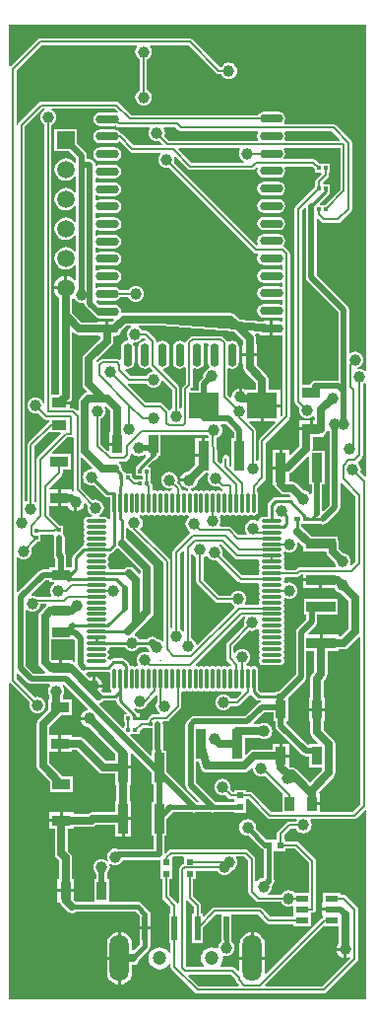
<source format=gtl>
G04 Layer_Physical_Order=1*
G04 Layer_Color=255*
%FSLAX24Y24*%
%MOIN*%
G70*
G01*
G75*
%ADD10R,0.0354X0.0984*%
%ADD11R,0.0118X0.0118*%
%ADD12R,0.0354X0.0630*%
%ADD13R,0.0984X0.0354*%
%ADD14R,0.0630X0.0354*%
%ADD15R,0.0118X0.0118*%
%ADD16R,0.0236X0.0197*%
%ADD17R,0.0512X0.0354*%
%ADD18R,0.0197X0.0827*%
%ADD19R,0.1024X0.0866*%
%ADD20O,0.0118X0.0709*%
%ADD21O,0.0709X0.0118*%
%ADD22R,0.0354X0.0512*%
%ADD23R,0.0197X0.0236*%
%ADD24R,0.0197X0.0118*%
%ADD25O,0.0299X0.0787*%
%ADD26O,0.0787X0.0299*%
%ADD27R,0.0433X0.0236*%
%ADD28C,0.0079*%
%ADD29C,0.0276*%
%ADD30C,0.0269*%
%ADD31C,0.0106*%
%ADD32C,0.0197*%
%ADD33C,0.0177*%
%ADD34C,0.0213*%
%ADD35C,0.0591*%
%ADD36R,0.0591X0.0591*%
%ADD37C,0.0472*%
%ADD38O,0.0650X0.1575*%
%ADD39C,0.0394*%
G36*
X44613Y49724D02*
Y40618D01*
X44579Y40602D01*
X44563Y40599D01*
X44509Y40641D01*
X44442Y40669D01*
X44370Y40678D01*
X44328Y40672D01*
X44315Y40721D01*
X44359Y40739D01*
X44417Y40783D01*
X44461Y40841D01*
X44489Y40908D01*
X44498Y40980D01*
X44489Y41052D01*
X44461Y41119D01*
X44417Y41177D01*
X44359Y41221D01*
X44292Y41248D01*
X44220Y41258D01*
X44148Y41248D01*
X44081Y41221D01*
X44069Y41212D01*
X44019Y41236D01*
Y42671D01*
X44005Y42741D01*
X43966Y42799D01*
X42931Y43835D01*
Y45746D01*
X42977Y45765D01*
X43097Y45645D01*
X43097Y45645D01*
X43136Y45619D01*
X43182Y45610D01*
X43182Y45610D01*
X43650D01*
X43650Y45610D01*
X43696Y45619D01*
X43735Y45645D01*
X44085Y45995D01*
X44085Y45995D01*
X44111Y46034D01*
X44120Y46080D01*
X44120Y46080D01*
Y48320D01*
X44120Y48320D01*
X44111Y48366D01*
X44085Y48405D01*
X43575Y48915D01*
X43536Y48941D01*
X43490Y48950D01*
X43490Y48950D01*
X41844D01*
X41817Y49000D01*
X41847Y49044D01*
X41864Y49133D01*
X41847Y49222D01*
X41796Y49298D01*
X41721Y49348D01*
X41631Y49366D01*
X41143D01*
X41054Y49348D01*
X40979Y49298D01*
X40949Y49254D01*
X36650D01*
X36228Y49675D01*
X36189Y49701D01*
X36143Y49711D01*
X36143Y49710D01*
X33600D01*
X33600Y49711D01*
X33554Y49701D01*
X33515Y49675D01*
X33515Y49675D01*
X32840Y49000D01*
X32814Y48961D01*
X32805Y48915D01*
X32805Y48915D01*
X32755Y48917D01*
Y50755D01*
X33610Y51610D01*
X36820D01*
X36844Y51560D01*
X36819Y51527D01*
X36792Y51460D01*
X36782Y51388D01*
X36792Y51316D01*
X36819Y51249D01*
X36863Y51191D01*
X36921Y51147D01*
X36940Y51139D01*
Y50101D01*
X36921Y50093D01*
X36863Y50049D01*
X36819Y49991D01*
X36792Y49924D01*
X36782Y49852D01*
X36792Y49780D01*
X36819Y49713D01*
X36863Y49656D01*
X36921Y49612D01*
X36988Y49584D01*
X37060Y49574D01*
X37132Y49584D01*
X37199Y49612D01*
X37257Y49656D01*
X37301Y49713D01*
X37329Y49780D01*
X37338Y49852D01*
X37329Y49924D01*
X37301Y49991D01*
X37257Y50049D01*
X37199Y50093D01*
X37180Y50101D01*
Y51139D01*
X37199Y51147D01*
X37257Y51191D01*
X37301Y51249D01*
X37329Y51316D01*
X37338Y51388D01*
X37329Y51460D01*
X37301Y51527D01*
X37276Y51560D01*
X37300Y51610D01*
X38580D01*
X39525Y50665D01*
X39525Y50665D01*
X39564Y50639D01*
X39610Y50630D01*
X39702D01*
X39709Y50611D01*
X39753Y50553D01*
X39811Y50509D01*
X39878Y50482D01*
X39950Y50472D01*
X40022Y50482D01*
X40089Y50509D01*
X40147Y50553D01*
X40191Y50611D01*
X40219Y50678D01*
X40228Y50750D01*
X40219Y50822D01*
X40191Y50889D01*
X40147Y50947D01*
X40089Y50991D01*
X40022Y51019D01*
X39950Y51028D01*
X39878Y51019D01*
X39811Y50991D01*
X39753Y50947D01*
X39709Y50889D01*
X39706Y50880D01*
X39655Y50875D01*
X38715Y51815D01*
X38676Y51841D01*
X38630Y51850D01*
X38630Y51850D01*
X33560D01*
X33560Y51850D01*
X33514Y51841D01*
X33475Y51815D01*
X32553Y50894D01*
X32539Y50895D01*
X32503Y50910D01*
Y52310D01*
X44613D01*
Y49724D01*
D02*
G37*
G36*
X36186Y49377D02*
X36162Y49335D01*
X36159Y49333D01*
X36072Y49350D01*
X35584D01*
X35495Y49333D01*
X35420Y49282D01*
X35369Y49207D01*
X35351Y49117D01*
X35369Y49028D01*
X35420Y48953D01*
X35495Y48902D01*
X35584Y48885D01*
X36072D01*
X36123Y48895D01*
X36142Y48875D01*
X36142Y48875D01*
X36181Y48849D01*
X36227Y48840D01*
X37253D01*
X37277Y48790D01*
X37269Y48779D01*
X37241Y48712D01*
X37232Y48640D01*
X37241Y48568D01*
X37269Y48501D01*
X37313Y48443D01*
X37371Y48399D01*
X37438Y48372D01*
X37510Y48362D01*
X37582Y48372D01*
X37601Y48379D01*
X37703Y48277D01*
X37684Y48230D01*
X36720D01*
X36338Y48612D01*
X36299Y48638D01*
X36269Y48644D01*
X36237Y48692D01*
X36162Y48742D01*
X36072Y48760D01*
X35584D01*
X35495Y48742D01*
X35420Y48692D01*
X35369Y48616D01*
X35351Y48527D01*
X35369Y48438D01*
X35420Y48362D01*
X35495Y48312D01*
X35584Y48294D01*
X36072D01*
X36162Y48312D01*
X36237Y48362D01*
X36246Y48363D01*
X36585Y48025D01*
X36585Y48025D01*
X36624Y47999D01*
X36670Y47990D01*
X37620D01*
X37637Y47940D01*
X37633Y47937D01*
X37589Y47879D01*
X37562Y47812D01*
X37552Y47740D01*
X37562Y47668D01*
X37589Y47601D01*
X37633Y47543D01*
X37691Y47499D01*
X37758Y47471D01*
X37830Y47462D01*
X37902Y47471D01*
X37920Y47479D01*
X40785Y44615D01*
X40785Y44615D01*
X40824Y44589D01*
X40870Y44580D01*
X40923D01*
X40949Y44530D01*
X40928Y44498D01*
X40910Y44409D01*
X40928Y44320D01*
X40979Y44244D01*
X41054Y44194D01*
X41143Y44176D01*
X41631D01*
X41721Y44194D01*
X41735Y44204D01*
X41780Y44180D01*
Y44047D01*
X41735Y44023D01*
X41721Y44033D01*
X41631Y44051D01*
X41143D01*
X41054Y44033D01*
X40979Y43983D01*
X40928Y43907D01*
X40910Y43818D01*
X40928Y43729D01*
X40979Y43654D01*
X41054Y43603D01*
X41143Y43585D01*
X41631D01*
X41721Y43603D01*
X41735Y43613D01*
X41780Y43590D01*
Y43456D01*
X41735Y43433D01*
X41721Y43443D01*
X41631Y43461D01*
X41143D01*
X41054Y43443D01*
X40979Y43392D01*
X40928Y43317D01*
X40910Y43228D01*
X40928Y43139D01*
X40979Y43063D01*
X41054Y43013D01*
X41143Y42995D01*
X41631D01*
X41721Y43013D01*
X41735Y43023D01*
X41780Y42999D01*
Y42866D01*
X41735Y42842D01*
X41721Y42852D01*
X41631Y42870D01*
X41143D01*
X41054Y42852D01*
X40979Y42802D01*
X40928Y42726D01*
X40910Y42637D01*
X40928Y42548D01*
X40979Y42473D01*
X41054Y42422D01*
X41143Y42404D01*
X41631D01*
X41721Y42422D01*
X41735Y42432D01*
X41780Y42408D01*
Y42301D01*
X41735Y42277D01*
X41729Y42282D01*
X41631Y42301D01*
X41437D01*
Y42047D01*
Y41792D01*
X41631D01*
X41729Y41811D01*
X41735Y41816D01*
X41780Y41792D01*
Y39110D01*
X41741Y39071D01*
X41694Y39090D01*
Y39389D01*
X41133D01*
Y38906D01*
X41510D01*
X41529Y38860D01*
X40990Y38320D01*
X40964Y38281D01*
X40955Y38235D01*
X40955Y38235D01*
Y37592D01*
X40905Y37565D01*
X40880Y37579D01*
Y38570D01*
X40871Y38616D01*
X40845Y38655D01*
X40845Y38655D01*
X40641Y38860D01*
X40660Y38906D01*
X41033D01*
Y39439D01*
X41083D01*
Y39489D01*
X41694D01*
Y39972D01*
X41303D01*
Y40297D01*
X41287Y40382D01*
X41239Y40453D01*
X41225Y40462D01*
X40885Y40803D01*
X40890Y40811D01*
X40910Y40909D01*
Y41103D01*
X40655D01*
X40401D01*
Y40909D01*
X40420Y40811D01*
X40438Y40785D01*
Y40725D01*
X40454Y40641D01*
X40501Y40571D01*
X40862Y40210D01*
Y39972D01*
X40512D01*
X40490Y39989D01*
X40417Y40019D01*
X40390Y40023D01*
Y39730D01*
X40290D01*
Y40023D01*
X40263Y40019D01*
X40190Y39989D01*
X40128Y39942D01*
X40081Y39880D01*
X40051Y39807D01*
X40042Y39744D01*
X39995Y39721D01*
X39910Y39806D01*
Y40684D01*
X39955Y40708D01*
X39975Y40694D01*
X40065Y40676D01*
X40154Y40694D01*
X40229Y40744D01*
X40280Y40820D01*
X40297Y40909D01*
Y41397D01*
X40280Y41486D01*
X40229Y41562D01*
X40154Y41612D01*
X40065Y41630D01*
X39975Y41612D01*
X39949Y41594D01*
X39899Y41609D01*
X39875Y41645D01*
X39875Y41645D01*
X39765Y41755D01*
X39726Y41781D01*
X39680Y41790D01*
X39680Y41790D01*
X38720D01*
X38674Y41781D01*
X38635Y41755D01*
X38635Y41755D01*
X38525Y41645D01*
X38499Y41606D01*
X38496Y41592D01*
X38490Y41587D01*
X38441Y41573D01*
X38382Y41612D01*
X38293Y41630D01*
X38204Y41612D01*
X38128Y41562D01*
X38078Y41486D01*
X38060Y41397D01*
Y40909D01*
X38078Y40820D01*
X38128Y40744D01*
X38204Y40694D01*
X38293Y40676D01*
X38382Y40694D01*
X38440Y40732D01*
X38490Y40709D01*
Y40180D01*
X38395Y40085D01*
X38369Y40046D01*
X38360Y40000D01*
X38360Y40000D01*
Y39366D01*
X38312Y39340D01*
X38280Y39359D01*
Y40020D01*
X38280Y40020D01*
X38271Y40066D01*
X38245Y40105D01*
X38245Y40105D01*
X37721Y40629D01*
X37738Y40683D01*
X37791Y40694D01*
X37867Y40744D01*
X37917Y40820D01*
X37935Y40909D01*
Y41397D01*
X37917Y41486D01*
X37867Y41562D01*
X37791Y41612D01*
X37702Y41630D01*
X37613Y41612D01*
X37550Y41570D01*
X37500Y41589D01*
Y41600D01*
X37491Y41646D01*
X37465Y41685D01*
X37465Y41685D01*
X37225Y41925D01*
X37186Y41951D01*
X37140Y41960D01*
X37140Y41960D01*
X37010D01*
X37003Y41979D01*
X36958Y42037D01*
X36901Y42081D01*
X36897Y42082D01*
X36907Y42132D01*
X37624D01*
X40122Y41931D01*
X40438Y41615D01*
Y41521D01*
X40420Y41494D01*
X40401Y41397D01*
Y41203D01*
X40655D01*
X40910D01*
Y41397D01*
X40890Y41494D01*
X40873Y41521D01*
Y41705D01*
X40856Y41788D01*
X40833Y41823D01*
X40861Y41871D01*
X40970Y41862D01*
X41046Y41811D01*
X41143Y41792D01*
X41337D01*
Y42047D01*
Y42301D01*
X41143D01*
X41084Y42289D01*
X40316Y42351D01*
X40164Y42504D01*
X40093Y42551D01*
X40010Y42568D01*
X36389D01*
X36344Y42559D01*
X36301Y42601D01*
X36305Y42621D01*
X36288Y42711D01*
X36237Y42786D01*
X36162Y42837D01*
X36072Y42854D01*
X35584D01*
X35548Y42847D01*
X35453Y42943D01*
X35455Y42963D01*
X35467Y42973D01*
X35509Y42994D01*
X35584Y42979D01*
X36072D01*
X36162Y42997D01*
X36237Y43047D01*
X36267Y43092D01*
X36543D01*
X36551Y43071D01*
X36595Y43013D01*
X36653Y42969D01*
X36720Y42941D01*
X36792Y42932D01*
X36864Y42941D01*
X36931Y42969D01*
X36989Y43013D01*
X37033Y43071D01*
X37060Y43138D01*
X37070Y43210D01*
X37060Y43282D01*
X37033Y43349D01*
X36989Y43407D01*
X36931Y43451D01*
X36864Y43478D01*
X36792Y43488D01*
X36720Y43478D01*
X36653Y43451D01*
X36595Y43407D01*
X36551Y43349D01*
X36544Y43332D01*
X36267D01*
X36237Y43377D01*
X36162Y43427D01*
X36072Y43445D01*
X35584D01*
X35495Y43427D01*
X35475Y43413D01*
X35431Y43437D01*
Y43577D01*
X35475Y43601D01*
X35495Y43587D01*
X35584Y43570D01*
X36072D01*
X36162Y43587D01*
X36237Y43638D01*
X36288Y43713D01*
X36305Y43803D01*
X36288Y43892D01*
X36237Y43967D01*
X36162Y44018D01*
X36072Y44035D01*
X35584D01*
X35495Y44018D01*
X35475Y44004D01*
X35431Y44028D01*
Y44168D01*
X35475Y44192D01*
X35495Y44178D01*
X35584Y44160D01*
X36072D01*
X36162Y44178D01*
X36237Y44228D01*
X36288Y44304D01*
X36305Y44393D01*
X36288Y44482D01*
X36237Y44558D01*
X36162Y44608D01*
X36072Y44626D01*
X35584D01*
X35495Y44608D01*
X35475Y44595D01*
X35431Y44618D01*
Y44759D01*
X35475Y44782D01*
X35495Y44769D01*
X35584Y44751D01*
X36072D01*
X36162Y44769D01*
X36237Y44819D01*
X36288Y44895D01*
X36305Y44984D01*
X36288Y45073D01*
X36237Y45148D01*
X36162Y45199D01*
X36072Y45216D01*
X35584D01*
X35495Y45199D01*
X35475Y45185D01*
X35431Y45209D01*
Y45349D01*
X35475Y45373D01*
X35495Y45359D01*
X35584Y45341D01*
X36072D01*
X36162Y45359D01*
X36237Y45410D01*
X36288Y45485D01*
X36305Y45574D01*
X36288Y45663D01*
X36237Y45739D01*
X36162Y45789D01*
X36072Y45807D01*
X35584D01*
X35495Y45789D01*
X35475Y45776D01*
X35431Y45799D01*
Y45940D01*
X35475Y45963D01*
X35495Y45950D01*
X35584Y45932D01*
X36072D01*
X36162Y45950D01*
X36237Y46000D01*
X36288Y46076D01*
X36305Y46165D01*
X36288Y46254D01*
X36237Y46329D01*
X36162Y46380D01*
X36072Y46398D01*
X35584D01*
X35495Y46380D01*
X35475Y46366D01*
X35431Y46390D01*
Y46530D01*
X35475Y46554D01*
X35495Y46540D01*
X35584Y46522D01*
X36072D01*
X36162Y46540D01*
X36237Y46591D01*
X36288Y46666D01*
X36305Y46755D01*
X36288Y46844D01*
X36237Y46920D01*
X36162Y46970D01*
X36072Y46988D01*
X35584D01*
X35495Y46970D01*
X35475Y46957D01*
X35431Y46980D01*
Y47121D01*
X35475Y47144D01*
X35495Y47131D01*
X35584Y47113D01*
X36072D01*
X36162Y47131D01*
X36237Y47181D01*
X36288Y47257D01*
X36305Y47346D01*
X36288Y47435D01*
X36237Y47510D01*
X36162Y47561D01*
X36072Y47579D01*
X35584D01*
X35495Y47561D01*
X35475Y47547D01*
X35431Y47571D01*
Y47585D01*
X35417Y47654D01*
X35378Y47712D01*
X35319Y47752D01*
X35250Y47765D01*
X35141D01*
Y47875D01*
X35127Y47944D01*
X35088Y48002D01*
X34793Y48297D01*
Y48789D01*
X34045D01*
Y48041D01*
X34538D01*
X34779Y47800D01*
Y47643D01*
X34729Y47626D01*
X34686Y47682D01*
X34608Y47742D01*
X34517Y47780D01*
X34419Y47793D01*
X34322Y47780D01*
X34231Y47742D01*
X34153Y47682D01*
X34093Y47604D01*
X34055Y47513D01*
X34042Y47415D01*
X34055Y47318D01*
X34093Y47227D01*
X34153Y47149D01*
X34231Y47089D01*
X34322Y47051D01*
X34419Y47038D01*
X34517Y47051D01*
X34608Y47089D01*
X34686Y47149D01*
X34729Y47205D01*
X34779Y47188D01*
Y46643D01*
X34729Y46626D01*
X34686Y46682D01*
X34608Y46742D01*
X34517Y46780D01*
X34419Y46793D01*
X34322Y46780D01*
X34231Y46742D01*
X34153Y46682D01*
X34093Y46604D01*
X34055Y46513D01*
X34042Y46415D01*
X34055Y46318D01*
X34093Y46227D01*
X34153Y46149D01*
X34231Y46089D01*
X34322Y46051D01*
X34419Y46038D01*
X34517Y46051D01*
X34608Y46089D01*
X34686Y46149D01*
X34729Y46205D01*
X34779Y46188D01*
Y45643D01*
X34729Y45626D01*
X34686Y45682D01*
X34608Y45742D01*
X34517Y45780D01*
X34419Y45793D01*
X34322Y45780D01*
X34231Y45742D01*
X34153Y45682D01*
X34093Y45604D01*
X34055Y45513D01*
X34042Y45415D01*
X34055Y45318D01*
X34093Y45227D01*
X34153Y45149D01*
X34231Y45089D01*
X34322Y45051D01*
X34419Y45038D01*
X34517Y45051D01*
X34608Y45089D01*
X34686Y45149D01*
X34729Y45205D01*
X34779Y45188D01*
Y44643D01*
X34729Y44626D01*
X34686Y44682D01*
X34608Y44742D01*
X34517Y44780D01*
X34419Y44793D01*
X34322Y44780D01*
X34231Y44742D01*
X34153Y44682D01*
X34093Y44604D01*
X34055Y44513D01*
X34042Y44415D01*
X34055Y44318D01*
X34093Y44227D01*
X34153Y44149D01*
X34231Y44089D01*
X34322Y44051D01*
X34419Y44038D01*
X34517Y44051D01*
X34608Y44089D01*
X34686Y44149D01*
X34729Y44205D01*
X34779Y44188D01*
Y43678D01*
X34729Y43661D01*
X34701Y43697D01*
X34619Y43761D01*
X34522Y43800D01*
X34469Y43807D01*
Y43415D01*
X34419D01*
Y43365D01*
X34027D01*
X34034Y43312D01*
X34074Y43216D01*
X34137Y43133D01*
X34199Y43087D01*
Y42492D01*
Y39826D01*
X34178Y39805D01*
X33950D01*
Y48922D01*
X33969Y48929D01*
X34027Y48973D01*
X34071Y49031D01*
X34098Y49098D01*
X34108Y49170D01*
X34098Y49242D01*
X34071Y49309D01*
X34027Y49367D01*
X33969Y49411D01*
X33947Y49420D01*
X33957Y49470D01*
X36093D01*
X36186Y49377D01*
D02*
G37*
G36*
X43713Y48437D02*
X43694Y48390D01*
X41857D01*
X41834Y48435D01*
X41847Y48454D01*
X41864Y48543D01*
X41847Y48632D01*
X41828Y48660D01*
X41855Y48710D01*
X43440D01*
X43713Y48437D01*
D02*
G37*
G36*
X38245Y48745D02*
X38245Y48745D01*
X38284Y48719D01*
X38330Y48710D01*
X38330Y48710D01*
X40920D01*
X40947Y48660D01*
X40928Y48632D01*
X40910Y48543D01*
X40928Y48454D01*
X40941Y48435D01*
X40917Y48390D01*
X37930D01*
X37771Y48549D01*
X37778Y48568D01*
X37788Y48640D01*
X37778Y48712D01*
X37751Y48779D01*
X37743Y48790D01*
X37767Y48840D01*
X38150D01*
X38245Y48745D01*
D02*
G37*
G36*
X40336Y48100D02*
X40329Y48091D01*
X40301Y48024D01*
X40292Y47952D01*
X40301Y47880D01*
X40329Y47813D01*
X40373Y47756D01*
X40431Y47711D01*
X40482Y47690D01*
X40472Y47640D01*
X38700D01*
X38237Y48103D01*
X38256Y48150D01*
X40311D01*
X40336Y48100D01*
D02*
G37*
G36*
X43720Y46744D02*
X43196Y46220D01*
X43036D01*
X43017Y46267D01*
X43323Y46573D01*
X43353Y46617D01*
X43358Y46644D01*
X43366D01*
Y46919D01*
X43152D01*
X43132Y46969D01*
X43313Y47151D01*
X43313Y47151D01*
X43340Y47190D01*
X43349Y47236D01*
X43349Y47236D01*
Y47323D01*
X43366D01*
Y47598D01*
X43025D01*
X42898Y47725D01*
X42859Y47751D01*
X42813Y47760D01*
X42813Y47760D01*
X41838D01*
X41811Y47810D01*
X41847Y47863D01*
X41864Y47952D01*
X41847Y48041D01*
X41808Y48100D01*
X41830Y48150D01*
X43720D01*
Y46744D01*
D02*
G37*
G36*
X34719Y43041D02*
X34763Y42983D01*
X34821Y42939D01*
X34888Y42912D01*
X34960Y42902D01*
X35019Y42910D01*
X35045Y42900D01*
X35073Y42874D01*
X35083Y42821D01*
X35122Y42762D01*
X35391Y42494D01*
X35398Y42489D01*
X35420Y42457D01*
X35495Y42406D01*
X35584Y42389D01*
X36049D01*
X36070Y42339D01*
X36017Y42285D01*
X35878D01*
Y42031D01*
X35778D01*
Y42285D01*
X35584D01*
X35487Y42266D01*
X35461Y42248D01*
X34975D01*
X34640Y42583D01*
Y43040D01*
X34659Y43055D01*
X34719Y43041D01*
D02*
G37*
G36*
X37136Y41674D02*
X37122Y41648D01*
X37110Y41629D01*
X37023Y41612D01*
X36947Y41562D01*
X36897Y41486D01*
X36879Y41397D01*
Y40909D01*
X36897Y40820D01*
X36947Y40744D01*
X37023Y40694D01*
X37112Y40676D01*
X37201Y40694D01*
X37247Y40724D01*
X37295Y40715D01*
X37375Y40635D01*
X37357Y40582D01*
X37328Y40578D01*
X37261Y40551D01*
X37203Y40507D01*
X37159Y40449D01*
X37152Y40430D01*
X36630D01*
X36429Y40632D01*
X36430Y40643D01*
X36486Y40683D01*
X36521Y40676D01*
X36610Y40694D01*
X36686Y40744D01*
X36736Y40820D01*
X36754Y40909D01*
Y41397D01*
X36736Y41486D01*
X36715Y41518D01*
X36744Y41564D01*
X36762Y41562D01*
X36834Y41571D01*
X36901Y41599D01*
X36958Y41643D01*
X37003Y41701D01*
X37010Y41720D01*
X37090D01*
X37136Y41674D01*
D02*
G37*
G36*
X36627Y42082D02*
X36623Y42081D01*
X36565Y42037D01*
X36521Y41979D01*
X36493Y41912D01*
X36484Y41840D01*
X36493Y41768D01*
X36521Y41701D01*
X36539Y41677D01*
X36530Y41653D01*
X36514Y41628D01*
X36432Y41612D01*
X36357Y41562D01*
X36306Y41486D01*
X36288Y41397D01*
Y41004D01*
X36238Y40990D01*
X36206Y41011D01*
X36160Y41020D01*
X36160Y41020D01*
X35670D01*
X35624Y41011D01*
X35585Y40985D01*
X35585Y40985D01*
X35512Y40912D01*
X35457Y40928D01*
X35454Y40938D01*
X35982Y41466D01*
X36029Y41536D01*
X36046Y41620D01*
Y41776D01*
X36072D01*
X36170Y41796D01*
X36252Y41851D01*
X36308Y41933D01*
X36314Y41968D01*
X36479Y42132D01*
X36617D01*
X36627Y42082D01*
D02*
G37*
G36*
X39272Y41505D02*
X39259Y41486D01*
X39241Y41397D01*
Y40909D01*
X39259Y40820D01*
X39307Y40747D01*
X39304Y40729D01*
X39293Y40695D01*
X39288Y40694D01*
X39221Y40667D01*
X39163Y40622D01*
X39119Y40565D01*
X39091Y40498D01*
X39082Y40426D01*
X39085Y40406D01*
X38986Y40308D01*
X38947Y40249D01*
X38934Y40180D01*
Y39951D01*
X38666D01*
X38647Y39997D01*
X38695Y40045D01*
X38695Y40045D01*
X38721Y40084D01*
X38730Y40130D01*
X38730Y40130D01*
Y40683D01*
X38775Y40707D01*
X38794Y40694D01*
X38883Y40676D01*
X38973Y40694D01*
X39048Y40744D01*
X39099Y40820D01*
X39116Y40909D01*
Y41397D01*
X39099Y41486D01*
X39086Y41505D01*
X39109Y41550D01*
X39248D01*
X39272Y41505D01*
D02*
G37*
G36*
X42569Y46123D02*
Y43760D01*
X42583Y43691D01*
X42622Y43632D01*
X43658Y42597D01*
Y40281D01*
X42880D01*
X42811Y40267D01*
X42752Y40228D01*
X42742Y40218D01*
X42703Y40159D01*
X42697Y40128D01*
X42420D01*
Y46040D01*
X42523Y46142D01*
X42569Y46123D01*
D02*
G37*
G36*
X38040Y39970D02*
Y39338D01*
X38021Y39331D01*
X37977Y39297D01*
X37948Y39290D01*
X37911Y39300D01*
X37705Y39505D01*
X37666Y39531D01*
X37620Y39540D01*
X37620Y39540D01*
X37150D01*
X36545Y40146D01*
X36569Y40192D01*
X36580Y40190D01*
X37152D01*
X37159Y40171D01*
X37203Y40113D01*
X37261Y40069D01*
X37328Y40041D01*
X37400Y40032D01*
X37472Y40041D01*
X37539Y40069D01*
X37597Y40113D01*
X37641Y40171D01*
X37668Y40238D01*
X37672Y40267D01*
X37725Y40285D01*
X38040Y39970D01*
D02*
G37*
G36*
X33713Y49420D02*
X33691Y49411D01*
X33633Y49367D01*
X33589Y49309D01*
X33561Y49242D01*
X33552Y49170D01*
X33561Y49098D01*
X33589Y49031D01*
X33633Y48973D01*
X33691Y48929D01*
X33710Y48922D01*
Y39532D01*
X33660Y39522D01*
X33636Y39578D01*
X33592Y39636D01*
X33535Y39680D01*
X33468Y39708D01*
X33396Y39717D01*
X33324Y39708D01*
X33257Y39680D01*
X33199Y39636D01*
X33155Y39578D01*
X33127Y39511D01*
X33118Y39439D01*
X33127Y39367D01*
X33155Y39300D01*
X33199Y39243D01*
X33257Y39198D01*
X33324Y39171D01*
X33396Y39161D01*
X33468Y39171D01*
X33486Y39178D01*
X33675Y38990D01*
X33675Y38990D01*
X33714Y38964D01*
X33760Y38954D01*
X33760Y38954D01*
X33878D01*
Y38892D01*
X33874Y38891D01*
X33835Y38865D01*
X33835Y38865D01*
X33155Y38185D01*
X33129Y38146D01*
X33120Y38100D01*
X33120Y38100D01*
Y36209D01*
X33095Y36195D01*
X33045Y36222D01*
Y48865D01*
X33650Y49470D01*
X33703D01*
X33713Y49420D01*
D02*
G37*
G36*
X34724Y41875D02*
X34796Y41827D01*
X34880Y41810D01*
X34896Y41813D01*
X35461D01*
X35487Y41796D01*
X35584Y41776D01*
X35611D01*
Y41710D01*
X35067Y41166D01*
X35053Y41157D01*
X35005Y41085D01*
X34988Y41001D01*
Y40160D01*
X35005Y40076D01*
X35053Y40004D01*
X35131Y39925D01*
X35119Y39886D01*
X35111Y39875D01*
X35044Y39830D01*
X34920Y39706D01*
X34873Y39634D01*
X34856Y39550D01*
Y39276D01*
X34810Y39257D01*
X34749Y39317D01*
X34710Y39344D01*
X34664Y39353D01*
X34664Y39353D01*
X34569D01*
Y39478D01*
X34213D01*
Y39578D01*
X34575D01*
X34575Y39578D01*
X34623Y39650D01*
X34640Y39734D01*
Y41893D01*
X34686Y41912D01*
X34724Y41875D01*
D02*
G37*
G36*
X35946Y39255D02*
Y38545D01*
X35894D01*
Y38180D01*
X36171D01*
Y38080D01*
X35894D01*
Y37922D01*
X35848Y37902D01*
X35610Y38140D01*
Y39004D01*
X35629Y39011D01*
X35687Y39055D01*
X35731Y39113D01*
X35759Y39180D01*
X35768Y39252D01*
X35759Y39324D01*
X35744Y39359D01*
X35772Y39415D01*
X35784Y39417D01*
X35946Y39255D01*
D02*
G37*
G36*
X38565Y47435D02*
X38604Y47409D01*
X38650Y47400D01*
X38650Y47400D01*
X40750D01*
X40750Y47400D01*
X40796Y47409D01*
X40835Y47435D01*
X40902Y47502D01*
X40941Y47470D01*
X40928Y47451D01*
X40910Y47362D01*
X40928Y47272D01*
X40979Y47197D01*
X41054Y47146D01*
X41143Y47129D01*
X41631D01*
X41721Y47146D01*
X41796Y47197D01*
X41847Y47272D01*
X41864Y47362D01*
X41847Y47451D01*
X41830Y47475D01*
X41854Y47520D01*
X42763D01*
X42854Y47428D01*
Y47323D01*
X43076D01*
X43095Y47273D01*
X42907Y47085D01*
X42881Y47046D01*
X42872Y47000D01*
X42872Y47000D01*
Y46919D01*
X42854D01*
Y46814D01*
X42215Y46175D01*
X42189Y46135D01*
X42180Y46089D01*
X42180Y46089D01*
Y39580D01*
X42180Y39580D01*
X42189Y39534D01*
X42215Y39495D01*
X42349Y39360D01*
X42341Y39342D01*
X42332Y39270D01*
X42341Y39198D01*
X42369Y39131D01*
X42413Y39073D01*
X42471Y39029D01*
X42538Y39002D01*
X42610Y38992D01*
X42682Y39002D01*
X42749Y39029D01*
X42806Y39073D01*
X42809Y39072D01*
X42856Y39056D01*
Y38929D01*
X42786D01*
Y38652D01*
X42736D01*
Y38602D01*
X42321D01*
Y38374D01*
X42349D01*
Y38071D01*
X42036Y37758D01*
X41990Y37777D01*
Y37925D01*
X41763D01*
Y37333D01*
X41713D01*
Y37283D01*
X41435D01*
Y36741D01*
X41499D01*
X41509Y36693D01*
X41556Y36621D01*
X41684Y36494D01*
X41756Y36446D01*
X41840Y36429D01*
X41999D01*
X42037Y36391D01*
X42027Y36361D01*
X42014Y36343D01*
X41520D01*
X41520Y36343D01*
X41469Y36333D01*
X41425Y36304D01*
X41306Y36185D01*
X41277Y36141D01*
X41267Y36090D01*
Y35682D01*
X41102D01*
X41049Y35671D01*
X41003Y35641D01*
X40973Y35595D01*
X40964Y35552D01*
X40934Y35533D01*
X40914Y35527D01*
X40909Y35531D01*
X40842Y35559D01*
X40770Y35568D01*
X40698Y35559D01*
X40631Y35531D01*
X40573Y35487D01*
X40529Y35429D01*
X40501Y35362D01*
X40492Y35290D01*
X40501Y35218D01*
X40529Y35151D01*
X40552Y35121D01*
X40527Y35071D01*
X40280D01*
X40036Y35315D01*
X39997Y35341D01*
X39951Y35350D01*
X39951Y35350D01*
X39657D01*
X39633Y35400D01*
X39641Y35411D01*
X39669Y35478D01*
X39678Y35550D01*
X39669Y35622D01*
X39647Y35673D01*
X39657Y35714D01*
X39667Y35729D01*
X39714Y35750D01*
X39749Y35727D01*
X39803Y35716D01*
X39857Y35727D01*
X39902Y35756D01*
X39946Y35727D01*
X40000Y35716D01*
X40054Y35727D01*
X40098Y35756D01*
X40143Y35727D01*
X40197Y35716D01*
X40251Y35727D01*
X40295Y35756D01*
X40340Y35727D01*
X40394Y35716D01*
X40447Y35727D01*
X40492Y35756D01*
X40537Y35727D01*
X40591Y35716D01*
X40644Y35727D01*
X40689Y35756D01*
X40734Y35727D01*
X40787Y35716D01*
X40841Y35727D01*
X40887Y35757D01*
X40917Y35803D01*
X40928Y35856D01*
Y36447D01*
X40917Y36501D01*
X40908Y36515D01*
Y36656D01*
X41160Y36908D01*
X41160Y36908D01*
X41186Y36947D01*
X41195Y36994D01*
Y38185D01*
X41985Y38975D01*
X41985Y38975D01*
X42011Y39014D01*
X42020Y39060D01*
X42020Y39060D01*
Y44560D01*
X42020Y44560D01*
X42011Y44606D01*
X41985Y44645D01*
X41845Y44785D01*
X41827Y44797D01*
X41825Y44800D01*
X41812Y44853D01*
X41814Y44861D01*
X41847Y44910D01*
X41864Y44999D01*
X41847Y45088D01*
X41796Y45164D01*
X41721Y45214D01*
X41631Y45232D01*
X41143D01*
X41054Y45214D01*
X40979Y45164D01*
X40928Y45088D01*
X40910Y44999D01*
X40928Y44910D01*
X40929Y44909D01*
X40905Y44855D01*
X40888Y44852D01*
X38091Y47649D01*
X38098Y47668D01*
X38108Y47740D01*
X38098Y47812D01*
X38085Y47844D01*
X38128Y47872D01*
X38565Y47435D01*
D02*
G37*
G36*
X36703Y37797D02*
X36761Y37753D01*
X36828Y37725D01*
X36900Y37715D01*
X36972Y37725D01*
X37039Y37753D01*
X37071Y37777D01*
X37124Y37762D01*
X37136Y37736D01*
X37127Y37691D01*
X36834Y37397D01*
X36805Y37354D01*
X36805Y37352D01*
X36791D01*
Y37077D01*
X37006D01*
X37012Y37072D01*
X37040Y37027D01*
X37035Y37000D01*
X37035Y37000D01*
Y36949D01*
X36782D01*
X36782Y36949D01*
Y36949D01*
X36742Y36972D01*
X36673Y37040D01*
Y37146D01*
X36458D01*
Y37167D01*
X36424D01*
X36423Y37171D01*
X36394Y37215D01*
X36394Y37215D01*
X36325Y37284D01*
X36330Y37310D01*
X36313Y37394D01*
X36265Y37466D01*
X36230Y37490D01*
X36245Y37540D01*
X36405D01*
X36405Y37540D01*
X36451Y37549D01*
X36490Y37575D01*
X36590Y37675D01*
X36590Y37675D01*
X36616Y37714D01*
X36625Y37760D01*
Y37816D01*
X36675Y37833D01*
X36703Y37797D01*
D02*
G37*
G36*
X40124Y38548D02*
Y38327D01*
X40049D01*
Y37403D01*
X40006Y37385D01*
X39970Y37414D01*
Y37650D01*
X39970Y37650D01*
X39961Y37696D01*
X39935Y37735D01*
X39896Y37761D01*
X39850Y37770D01*
X39804Y37761D01*
X39765Y37735D01*
X39752Y37723D01*
X39726Y37684D01*
X39717Y37637D01*
X39726Y37591D01*
X39730Y37586D01*
Y37493D01*
X39683Y37474D01*
X39568Y37589D01*
X39535Y38347D01*
X39589Y38369D01*
X39647Y38413D01*
X39691Y38471D01*
X39718Y38538D01*
X39728Y38610D01*
X39718Y38682D01*
X39691Y38749D01*
X39675Y38770D01*
X39699Y38820D01*
X39852D01*
X40124Y38548D01*
D02*
G37*
G36*
X35335Y37342D02*
X35312Y37295D01*
X35290Y37298D01*
X35218Y37288D01*
X35151Y37261D01*
X35093Y37217D01*
X35049Y37159D01*
X35022Y37092D01*
X35012Y37020D01*
X35022Y36948D01*
X35049Y36881D01*
X35093Y36823D01*
X35151Y36779D01*
X35218Y36751D01*
X35290Y36742D01*
X35362Y36751D01*
X35366Y36753D01*
X35752Y36367D01*
X35796Y36338D01*
X35847Y36328D01*
X35923D01*
Y35856D01*
X35929Y35826D01*
Y35597D01*
X35879Y35592D01*
X35878Y35595D01*
X35847Y35641D01*
X35802Y35671D01*
X35748Y35682D01*
X35571D01*
X35561Y35732D01*
X35579Y35739D01*
X35637Y35783D01*
X35681Y35841D01*
X35708Y35908D01*
X35718Y35980D01*
X35708Y36052D01*
X35681Y36119D01*
X35637Y36177D01*
X35579Y36221D01*
X35512Y36249D01*
X35440Y36258D01*
X35368Y36249D01*
X35350Y36241D01*
X34941Y36649D01*
Y37671D01*
X34987Y37690D01*
X35335Y37342D01*
D02*
G37*
G36*
X44579Y40198D02*
X44613Y40182D01*
Y37043D01*
X44567Y37024D01*
X44401Y37190D01*
X44408Y37208D01*
X44418Y37280D01*
X44408Y37352D01*
X44381Y37419D01*
X44337Y37477D01*
X44322Y37488D01*
X44318Y37538D01*
X44455Y37675D01*
X44455Y37675D01*
X44481Y37714D01*
X44490Y37760D01*
X44490Y37760D01*
Y40152D01*
X44509Y40159D01*
X44563Y40201D01*
X44579Y40198D01*
D02*
G37*
G36*
X39253Y37114D02*
X39232Y37062D01*
X39222Y36990D01*
X39232Y36918D01*
X39259Y36851D01*
X39303Y36793D01*
X39361Y36749D01*
X39428Y36721D01*
X39500Y36712D01*
X39572Y36721D01*
X39590Y36729D01*
X39664Y36656D01*
X39703Y36630D01*
X39736Y36623D01*
X39742Y36601D01*
X39743Y36573D01*
X39705Y36547D01*
X39660Y36577D01*
X39606Y36587D01*
X39553Y36577D01*
X39508Y36547D01*
X39463Y36577D01*
X39409Y36587D01*
X39356Y36577D01*
X39311Y36547D01*
X39266Y36577D01*
X39213Y36587D01*
X39159Y36577D01*
X39114Y36547D01*
X39069Y36577D01*
X39016Y36587D01*
X38962Y36577D01*
X38917Y36547D01*
X38873Y36577D01*
X38819Y36587D01*
X38765Y36577D01*
X38720Y36547D01*
X38676Y36577D01*
X38667Y36578D01*
X38669Y36629D01*
X38682Y36631D01*
X38754Y36661D01*
X38816Y36708D01*
X38864Y36770D01*
X38894Y36843D01*
X38902Y36905D01*
X39161Y37164D01*
X39229D01*
X39253Y37114D01*
D02*
G37*
G36*
X39253Y38413D02*
X39274Y38398D01*
X39257Y38348D01*
X39135D01*
Y37756D01*
X39085D01*
Y37706D01*
X38807D01*
Y37435D01*
X38590Y37217D01*
X38527Y37209D01*
X38455Y37179D01*
X38393Y37132D01*
X38345Y37070D01*
X38315Y36997D01*
X38312Y36970D01*
X38605D01*
Y36870D01*
X38312D01*
X38315Y36843D01*
X38345Y36770D01*
X38393Y36708D01*
X38455Y36661D01*
X38527Y36631D01*
X38552Y36627D01*
X38567Y36580D01*
X38566Y36575D01*
X38524Y36547D01*
X38479Y36577D01*
X38425Y36587D01*
X38399Y36582D01*
X38349Y36617D01*
Y36632D01*
X38340Y36678D01*
X38313Y36717D01*
X38313Y36717D01*
X38201Y36830D01*
X38208Y36848D01*
X38218Y36920D01*
X38208Y36992D01*
X38181Y37059D01*
X38137Y37117D01*
X38079Y37161D01*
X38012Y37188D01*
X37940Y37198D01*
X37868Y37188D01*
X37801Y37161D01*
X37743Y37117D01*
X37699Y37059D01*
X37671Y36992D01*
X37662Y36920D01*
X37671Y36848D01*
X37699Y36781D01*
X37743Y36723D01*
X37801Y36679D01*
X37868Y36651D01*
X37940Y36642D01*
X38009Y36651D01*
X38018Y36644D01*
X38024Y36636D01*
X38003Y36582D01*
X37978Y36577D01*
X37933Y36547D01*
X37888Y36577D01*
X37835Y36587D01*
X37781Y36577D01*
X37736Y36547D01*
X37692Y36577D01*
X37638Y36587D01*
X37584Y36577D01*
X37539Y36547D01*
X37495Y36577D01*
X37441Y36587D01*
X37415Y36582D01*
X37365Y36617D01*
Y36722D01*
X37365Y36722D01*
X37355Y36769D01*
X37329Y36808D01*
X37293Y36844D01*
Y36949D01*
X37293D01*
X37284Y36999D01*
X37286Y37010D01*
X37286Y37010D01*
Y37077D01*
X37303D01*
Y37352D01*
X37235D01*
X37215Y37399D01*
X37404Y37587D01*
X37461Y37598D01*
X37519Y37637D01*
X37559Y37696D01*
X37567Y37736D01*
X37648D01*
Y38445D01*
X39230D01*
X39253Y38413D01*
D02*
G37*
G36*
X34700Y38351D02*
Y36599D01*
X34700Y36599D01*
X34707Y36565D01*
X34703Y36559D01*
X34682Y36535D01*
X34668Y36526D01*
X34618Y36536D01*
Y36596D01*
X34253D01*
Y36319D01*
Y36042D01*
X34487D01*
X34501Y36009D01*
X34548Y35947D01*
X34610Y35900D01*
X34683Y35870D01*
X34710Y35866D01*
Y36159D01*
X34810D01*
Y35866D01*
X34837Y35870D01*
X34910Y35900D01*
X34972Y35947D01*
X35019Y36009D01*
X35049Y36081D01*
X35055Y36124D01*
X35108Y36142D01*
X35179Y36070D01*
X35171Y36052D01*
X35162Y35980D01*
X35171Y35908D01*
X35199Y35841D01*
X35243Y35783D01*
X35301Y35739D01*
X35319Y35732D01*
X35309Y35682D01*
X35157D01*
X35104Y35671D01*
X35058Y35641D01*
X35028Y35595D01*
X35017Y35541D01*
X35028Y35488D01*
X35058Y35443D01*
X35028Y35398D01*
X35017Y35344D01*
X35028Y35291D01*
X35058Y35246D01*
X35028Y35201D01*
X35017Y35148D01*
X35028Y35094D01*
X35058Y35049D01*
X35028Y35005D01*
X35017Y34951D01*
X35028Y34897D01*
X35058Y34852D01*
X35028Y34808D01*
X35017Y34754D01*
X35020Y34739D01*
X34989Y34681D01*
X34945Y34652D01*
X34945Y34652D01*
X34685Y34392D01*
X34656Y34349D01*
X34646Y34297D01*
Y33976D01*
X34433D01*
Y34330D01*
X34419Y34399D01*
X34393Y34437D01*
Y34990D01*
X34379Y35059D01*
X34350Y35103D01*
Y35364D01*
X34245D01*
X33858Y35751D01*
Y36042D01*
X34153D01*
Y36319D01*
Y36596D01*
X33858D01*
Y36648D01*
X34288Y37078D01*
X34288Y37078D01*
X34314Y37117D01*
X34323Y37163D01*
Y37283D01*
X34596D01*
Y37795D01*
X33981D01*
X33962Y37841D01*
X34480Y38360D01*
X34590D01*
X34636Y38369D01*
X34650Y38378D01*
X34700Y38351D01*
D02*
G37*
G36*
X42677Y37710D02*
Y36762D01*
X42752D01*
Y36472D01*
X42702Y36455D01*
X42682Y36482D01*
X42620Y36529D01*
X42547Y36559D01*
X42485Y36567D01*
X42246Y36806D01*
X42174Y36854D01*
X42090Y36871D01*
X41990D01*
Y37125D01*
X42007Y37129D01*
X42079Y37177D01*
X42631Y37729D01*
X42677Y37710D01*
D02*
G37*
G36*
X33878Y38524D02*
Y38524D01*
X34238D01*
X34257Y38477D01*
X33477Y37698D01*
X33451Y37659D01*
X33442Y37613D01*
X33442Y37613D01*
Y36206D01*
X33397Y36183D01*
X33360Y36205D01*
Y38050D01*
X33847Y38536D01*
X33878Y38524D01*
D02*
G37*
G36*
X43364Y38589D02*
Y36070D01*
X43160Y35865D01*
X43114Y35884D01*
Y36762D01*
X43189D01*
Y37904D01*
X42815D01*
X42783Y37942D01*
X42791Y37980D01*
Y38374D01*
X43151D01*
Y38446D01*
X43161Y38448D01*
X43233Y38495D01*
X43281Y38567D01*
X43285Y38590D01*
X43340Y38608D01*
X43364Y38589D01*
D02*
G37*
G36*
X38371Y35727D02*
X38425Y35716D01*
X38479Y35727D01*
X38524Y35756D01*
X38568Y35727D01*
X38607Y35719D01*
X38617Y35686D01*
X38617Y35668D01*
X38563Y35627D01*
X38519Y35569D01*
X38491Y35502D01*
X38482Y35430D01*
X38491Y35358D01*
X38519Y35291D01*
X38563Y35233D01*
X38621Y35189D01*
X38639Y35182D01*
X38645Y35125D01*
X38645Y35125D01*
X38645Y35125D01*
X38085Y34565D01*
X38059Y34526D01*
X38050Y34480D01*
X38050Y34480D01*
Y31919D01*
X38025Y31905D01*
X37975Y31932D01*
Y34185D01*
X37975Y34185D01*
X37966Y34231D01*
X37940Y34270D01*
X37940Y34270D01*
X36947Y35264D01*
X36991Y35321D01*
X37018Y35388D01*
X37028Y35460D01*
X37018Y35532D01*
X36991Y35599D01*
X36947Y35657D01*
X36927Y35672D01*
X36931Y35724D01*
X36969Y35743D01*
X36993Y35727D01*
X37047Y35716D01*
X37101Y35727D01*
X37146Y35756D01*
X37190Y35727D01*
X37244Y35716D01*
X37298Y35727D01*
X37343Y35756D01*
X37387Y35727D01*
X37441Y35716D01*
X37495Y35727D01*
X37539Y35756D01*
X37584Y35727D01*
X37638Y35716D01*
X37692Y35727D01*
X37736Y35756D01*
X37781Y35727D01*
X37835Y35716D01*
X37888Y35727D01*
X37933Y35756D01*
X37978Y35727D01*
X38031Y35716D01*
X38085Y35727D01*
X38130Y35756D01*
X38175Y35727D01*
X38228Y35716D01*
X38282Y35727D01*
X38327Y35756D01*
X38371Y35727D01*
D02*
G37*
G36*
X44246Y36371D02*
Y34160D01*
X44094Y34008D01*
X44085Y34010D01*
X44055Y34065D01*
X44068Y34098D01*
X44078Y34170D01*
X44068Y34242D01*
X44041Y34309D01*
X43997Y34367D01*
X43939Y34411D01*
X43872Y34439D01*
X43839Y34443D01*
X43681Y34601D01*
Y34764D01*
X43664Y34848D01*
X43622Y34911D01*
Y35020D01*
X42743D01*
X42436Y35326D01*
X42414Y35341D01*
Y35453D01*
X42736D01*
Y35456D01*
X43023D01*
X43071Y35424D01*
X43141Y35410D01*
X43210Y35424D01*
X43268Y35463D01*
X43672Y35867D01*
X43712Y35926D01*
X43725Y35995D01*
Y36820D01*
X43775Y36841D01*
X44246Y36371D01*
D02*
G37*
G36*
X42480Y34657D02*
Y34508D01*
X43240D01*
X43256Y34426D01*
X43304Y34354D01*
X43527Y34131D01*
X43531Y34098D01*
X43559Y34031D01*
X43567Y34020D01*
X43543Y33970D01*
X42340D01*
X42340Y33970D01*
X42294Y33961D01*
X42255Y33935D01*
X42255Y33935D01*
X42210Y33890D01*
X41863D01*
X41828Y33940D01*
X41833Y33967D01*
X41823Y34020D01*
X41793Y34065D01*
X41823Y34110D01*
X41833Y34163D01*
X41823Y34217D01*
X41793Y34262D01*
X41823Y34306D01*
X41833Y34360D01*
X41823Y34414D01*
X41806Y34439D01*
X41826Y34492D01*
X41849Y34504D01*
X41874Y34504D01*
X41928Y34481D01*
X42000Y34472D01*
X42072Y34481D01*
X42139Y34509D01*
X42197Y34553D01*
X42241Y34611D01*
X42269Y34678D01*
X42278Y34750D01*
X42272Y34795D01*
X42319Y34818D01*
X42480Y34657D01*
D02*
G37*
G36*
X34012Y35081D02*
X34039Y35047D01*
X34042Y35038D01*
X34032Y34990D01*
Y34369D01*
X34046Y34300D01*
X34071Y34262D01*
Y33976D01*
X33858D01*
Y33901D01*
X33654D01*
X33585Y33887D01*
X33527Y33848D01*
X32805Y33127D01*
X32755Y33148D01*
Y34292D01*
X32805Y34310D01*
X32851Y34275D01*
X32918Y34247D01*
X32990Y34238D01*
X33062Y34247D01*
X33129Y34275D01*
X33187Y34319D01*
X33231Y34377D01*
X33259Y34444D01*
X33268Y34516D01*
X33259Y34588D01*
X33251Y34606D01*
X33477Y34833D01*
X33583D01*
Y35086D01*
X34004D01*
X34012Y35081D01*
D02*
G37*
G36*
X36208Y34610D02*
X36959Y33859D01*
Y33768D01*
X36913Y33749D01*
X36736Y33926D01*
X36665Y33974D01*
X36580Y33990D01*
X36496Y33974D01*
X36424Y33926D01*
X36410Y33904D01*
X35927D01*
X35886Y33954D01*
X35889Y33967D01*
X35878Y34020D01*
X35848Y34065D01*
X35878Y34110D01*
X35889Y34163D01*
X35878Y34217D01*
X35848Y34262D01*
X35878Y34306D01*
X35889Y34360D01*
X35886Y34373D01*
X35889Y34384D01*
X35924Y34427D01*
X35952Y34433D01*
X35995Y34462D01*
X36141Y34608D01*
X36165Y34623D01*
X36208Y34610D01*
D02*
G37*
G36*
X40163Y34275D02*
X40203Y34249D01*
X40249Y34240D01*
X40249Y34240D01*
X40932D01*
X40967Y34190D01*
X40962Y34163D01*
X40973Y34110D01*
X41002Y34065D01*
X40973Y34020D01*
X40962Y33967D01*
X40973Y33913D01*
X41002Y33868D01*
X40973Y33823D01*
X40962Y33770D01*
X40967Y33743D01*
X40932Y33693D01*
X40410D01*
X39721Y34382D01*
X39729Y34401D01*
X39738Y34473D01*
X39729Y34544D01*
X39701Y34611D01*
X39657Y34669D01*
X39610Y34705D01*
X39623Y34755D01*
X39684D01*
X40163Y34275D01*
D02*
G37*
G36*
X42459Y33593D02*
X43051D01*
Y33543D01*
X43101D01*
Y33266D01*
X43517D01*
X43531Y33234D01*
X43578Y33172D01*
X43640Y33124D01*
X43713Y33094D01*
X43775Y33086D01*
X44009Y32852D01*
Y31899D01*
X43749Y31638D01*
X43663D01*
Y31694D01*
X43121D01*
Y31417D01*
X43021D01*
Y31694D01*
X42651D01*
X42630Y31744D01*
X42888Y32002D01*
X42927Y32061D01*
X42941Y32130D01*
Y32382D01*
X43642D01*
Y32894D01*
X42500D01*
Y32382D01*
X42579D01*
Y32205D01*
X42272Y31898D01*
X42233Y31839D01*
X42219Y31770D01*
Y30355D01*
X41650Y29785D01*
X41623Y29791D01*
X41553Y29777D01*
X41505Y29744D01*
X41016D01*
X40922Y29838D01*
Y29881D01*
X40928Y29911D01*
Y30502D01*
X40917Y30556D01*
X40887Y30601D01*
X40841Y30632D01*
X40787Y30642D01*
X40734Y30632D01*
X40689Y30602D01*
X40644Y30632D01*
X40591Y30642D01*
X40584Y30641D01*
X40545Y30680D01*
X40548Y30710D01*
X40590Y30742D01*
X40634Y30800D01*
X40662Y30867D01*
X40672Y30939D01*
X40662Y31011D01*
X40634Y31078D01*
X40590Y31135D01*
X40533Y31179D01*
X40466Y31207D01*
X40394Y31217D01*
X40322Y31207D01*
X40255Y31179D01*
X40197Y31135D01*
X40160Y31087D01*
X40120Y31096D01*
X40110Y31100D01*
Y31300D01*
X40649Y31839D01*
X40668Y31832D01*
X40740Y31822D01*
X40812Y31832D01*
X40879Y31859D01*
X40904Y31878D01*
X40967Y31865D01*
X40973Y31855D01*
X40962Y31801D01*
X40973Y31747D01*
X41002Y31703D01*
X40973Y31658D01*
X40962Y31604D01*
X40973Y31551D01*
X41002Y31506D01*
X40973Y31461D01*
X40962Y31407D01*
X40973Y31354D01*
X41002Y31309D01*
X40973Y31264D01*
X40962Y31211D01*
X40973Y31157D01*
X41002Y31112D01*
X40973Y31068D01*
X40962Y31014D01*
X40973Y30960D01*
X41002Y30915D01*
X40973Y30871D01*
X40962Y30817D01*
X40973Y30763D01*
X41003Y30718D01*
X41049Y30687D01*
X41102Y30676D01*
X41693D01*
X41747Y30687D01*
X41792Y30718D01*
X41823Y30763D01*
X41833Y30817D01*
X41823Y30871D01*
X41793Y30915D01*
X41823Y30960D01*
X41833Y31014D01*
X41823Y31068D01*
X41793Y31112D01*
X41823Y31157D01*
X41833Y31211D01*
X41823Y31264D01*
X41793Y31309D01*
X41823Y31354D01*
X41833Y31407D01*
X41823Y31461D01*
X41793Y31506D01*
X41823Y31551D01*
X41833Y31604D01*
X41823Y31658D01*
X41793Y31703D01*
X41823Y31747D01*
X41833Y31801D01*
X41823Y31855D01*
X41793Y31900D01*
X41823Y31944D01*
X41833Y31998D01*
X41823Y32052D01*
X41793Y32096D01*
X41823Y32141D01*
X41833Y32195D01*
X41823Y32249D01*
X41793Y32293D01*
X41823Y32338D01*
X41833Y32392D01*
X41823Y32445D01*
X41793Y32490D01*
X41823Y32535D01*
X41833Y32589D01*
X41823Y32642D01*
X41793Y32687D01*
X41823Y32732D01*
X41833Y32785D01*
X41823Y32839D01*
X41805Y32866D01*
X41823Y32919D01*
X41845Y32931D01*
X41875Y32934D01*
X41928Y32912D01*
X42000Y32902D01*
X42072Y32912D01*
X42139Y32939D01*
X42197Y32983D01*
X42241Y33041D01*
X42269Y33108D01*
X42278Y33180D01*
X42269Y33252D01*
X42241Y33319D01*
X42197Y33377D01*
X42139Y33421D01*
X42072Y33449D01*
X42000Y33458D01*
X41928Y33449D01*
X41874Y33426D01*
X41847Y33428D01*
X41824Y33440D01*
X41805Y33493D01*
X41823Y33519D01*
X41833Y33573D01*
X41828Y33599D01*
X41863Y33649D01*
X42260D01*
X42260Y33649D01*
X42306Y33658D01*
X42345Y33685D01*
X42390Y33730D01*
X42459D01*
Y33593D01*
D02*
G37*
G36*
X33858Y33465D02*
X34040D01*
X34050Y33415D01*
X34041Y33411D01*
X33983Y33367D01*
X33939Y33309D01*
X33911Y33242D01*
X33902Y33170D01*
X33911Y33098D01*
X33939Y33031D01*
X33947Y33020D01*
X33923Y32970D01*
X33452D01*
X33439Y32981D01*
X33372Y33008D01*
X33300Y33018D01*
X33275Y33015D01*
X33251Y33062D01*
X33729Y33540D01*
X33858D01*
Y33465D01*
D02*
G37*
G36*
X39212Y34350D02*
X39219Y34334D01*
X39263Y34276D01*
X39321Y34232D01*
X39388Y34204D01*
X39460Y34195D01*
X39532Y34204D01*
X39550Y34212D01*
X40275Y33488D01*
X40275Y33488D01*
X40314Y33462D01*
X40360Y33452D01*
X40360Y33452D01*
X40932D01*
X40967Y33402D01*
X40962Y33376D01*
X40973Y33322D01*
X41002Y33278D01*
X40973Y33233D01*
X40962Y33179D01*
X40973Y33125D01*
X41002Y33081D01*
X40973Y33036D01*
X40962Y32982D01*
X40973Y32929D01*
X41002Y32884D01*
X40973Y32839D01*
X40962Y32785D01*
X40968Y32755D01*
X40935Y32705D01*
X40515D01*
X40493Y32750D01*
X40501Y32761D01*
X40528Y32828D01*
X40538Y32900D01*
X40528Y32972D01*
X40501Y33039D01*
X40457Y33097D01*
X40399Y33141D01*
X40332Y33168D01*
X40260Y33178D01*
X40188Y33168D01*
X40121Y33141D01*
X40063Y33097D01*
X40019Y33039D01*
X40012Y33020D01*
X39620D01*
X39090Y33550D01*
Y34312D01*
X39109Y34319D01*
X39156Y34355D01*
X39212Y34350D01*
D02*
G37*
G36*
X33779Y32680D02*
X33744Y32656D01*
X33564Y32476D01*
X33516Y32404D01*
X33499Y32320D01*
Y30761D01*
X33516Y30677D01*
X33564Y30605D01*
X33731Y30437D01*
X33711Y30387D01*
X33338D01*
X33074Y30651D01*
Y32503D01*
X33124Y32527D01*
X33161Y32499D01*
X33228Y32471D01*
X33300Y32462D01*
X33372Y32471D01*
X33439Y32499D01*
X33497Y32543D01*
X33541Y32601D01*
X33568Y32668D01*
X33577Y32730D01*
X33764D01*
X33779Y32680D01*
D02*
G37*
G36*
X38440Y34514D02*
Y31834D01*
X38390Y31817D01*
X38367Y31847D01*
X38309Y31891D01*
X38290Y31898D01*
Y34430D01*
X38393Y34533D01*
X38440Y34514D01*
D02*
G37*
G36*
X36553Y35263D02*
X36611Y35219D01*
X36678Y35192D01*
X36678Y35191D01*
X37735Y34135D01*
Y31483D01*
X37685Y31466D01*
X37639Y31501D01*
X37572Y31528D01*
X37539Y31533D01*
X37509Y31564D01*
X37437Y31611D01*
X37353Y31628D01*
X37268Y31611D01*
X37196Y31564D01*
X37182Y31542D01*
X36913D01*
X36911Y31546D01*
X36867Y31604D01*
X36809Y31648D01*
X36767Y31665D01*
X36753Y31722D01*
X36965Y31934D01*
X37336Y32305D01*
X37384Y32377D01*
X37401Y32461D01*
Y33950D01*
X37384Y34034D01*
X37336Y34106D01*
X36496Y34946D01*
X36474Y34961D01*
Y35284D01*
X36524Y35301D01*
X36553Y35263D01*
D02*
G37*
G36*
X38730Y34420D02*
X38773Y34363D01*
X38831Y34319D01*
X38850Y34312D01*
Y33500D01*
X38850Y33500D01*
X38859Y33454D01*
X38885Y33415D01*
X39485Y32815D01*
X39524Y32789D01*
X39570Y32780D01*
X40012D01*
X40019Y32761D01*
X40063Y32703D01*
X40121Y32659D01*
X40135Y32654D01*
X40144Y32605D01*
X38885Y31345D01*
X38832Y31363D01*
X38828Y31392D01*
X38801Y31459D01*
X38757Y31517D01*
X38699Y31561D01*
X38680Y31568D01*
Y34408D01*
X38726Y34420D01*
X38730Y34420D01*
D02*
G37*
G36*
X37196Y31251D02*
X37227Y31221D01*
X37232Y31188D01*
X37254Y31133D01*
X37232Y31102D01*
X37219Y31093D01*
X37182Y31109D01*
X37110Y31118D01*
X37038Y31109D01*
X36971Y31081D01*
X36913Y31037D01*
X36869Y30979D01*
X36841Y30912D01*
X36832Y30840D01*
X36841Y30768D01*
X36869Y30701D01*
X36880Y30688D01*
X36851Y30642D01*
X36850Y30642D01*
X36797Y30632D01*
X36752Y30602D01*
X36707Y30632D01*
X36654Y30642D01*
X36641Y30640D01*
X36637Y30640D01*
X36584Y30677D01*
X36581Y30691D01*
X36552Y30735D01*
X36432Y30855D01*
X36388Y30884D01*
X36337Y30894D01*
X36040D01*
X35989Y30884D01*
X35945Y30855D01*
X35945Y30855D01*
X35934Y30844D01*
X35880Y30861D01*
X35878Y30871D01*
X35848Y30915D01*
X35878Y30960D01*
X35889Y31014D01*
X35878Y31068D01*
X35848Y31112D01*
X35878Y31157D01*
X35889Y31211D01*
X35886Y31223D01*
X35927Y31273D01*
X36427D01*
X36429Y31268D01*
X36473Y31211D01*
X36531Y31167D01*
X36598Y31139D01*
X36670Y31130D01*
X36742Y31139D01*
X36809Y31167D01*
X36867Y31211D01*
X36911Y31268D01*
X36913Y31273D01*
X37182D01*
X37196Y31251D01*
D02*
G37*
G36*
X34739Y31507D02*
Y30814D01*
X34689Y30784D01*
X34667Y30796D01*
Y30838D01*
X34302D01*
Y30561D01*
X34202D01*
Y30838D01*
X33955D01*
X33941Y30852D01*
Y31526D01*
X34646D01*
Y31535D01*
X34692Y31554D01*
X34739Y31507D01*
D02*
G37*
G36*
X40507Y32250D02*
X40499Y32239D01*
X40472Y32172D01*
X40462Y32100D01*
X40472Y32028D01*
X40479Y32009D01*
X39905Y31435D01*
X39879Y31396D01*
X39870Y31350D01*
X39870Y31350D01*
Y30897D01*
X39870Y30897D01*
X39879Y30851D01*
X39905Y30812D01*
X40029Y30688D01*
X40004Y30642D01*
X40000Y30642D01*
X39946Y30632D01*
X39902Y30602D01*
X39857Y30632D01*
X39803Y30642D01*
X39749Y30632D01*
X39705Y30602D01*
X39660Y30632D01*
X39606Y30642D01*
X39553Y30632D01*
X39508Y30602D01*
X39463Y30632D01*
X39409Y30642D01*
X39356Y30632D01*
X39311Y30602D01*
X39266Y30632D01*
X39213Y30642D01*
X39159Y30632D01*
X39114Y30602D01*
X39069Y30632D01*
X39016Y30642D01*
X38962Y30632D01*
X38917Y30602D01*
X38873Y30632D01*
X38838Y30639D01*
X38818Y30689D01*
X38818Y30690D01*
X40423Y32295D01*
X40485D01*
X40507Y32250D01*
D02*
G37*
G36*
X39946Y29782D02*
X40000Y29771D01*
X40054Y29782D01*
X40098Y29811D01*
X40143Y29782D01*
X40197Y29771D01*
X40251Y29782D01*
X40295Y29811D01*
X40340Y29782D01*
X40366Y29776D01*
X40382Y29722D01*
X40191Y29531D01*
X40018D01*
X40010Y29550D01*
X39966Y29607D01*
X39908Y29651D01*
X39841Y29679D01*
X39769Y29689D01*
X39697Y29679D01*
X39630Y29651D01*
X39573Y29607D01*
X39529Y29550D01*
X39501Y29483D01*
X39491Y29411D01*
X39501Y29339D01*
X39529Y29272D01*
X39573Y29214D01*
X39630Y29170D01*
X39697Y29142D01*
X39769Y29133D01*
X39841Y29142D01*
X39908Y29170D01*
X39966Y29214D01*
X40010Y29272D01*
X40018Y29290D01*
X40241D01*
X40241Y29290D01*
X40287Y29299D01*
X40326Y29325D01*
X40656Y29655D01*
X40715Y29660D01*
X40723Y29656D01*
X40865Y29515D01*
X40909Y29486D01*
X40960Y29476D01*
X41037D01*
X41042Y29426D01*
X40999Y29417D01*
X40940Y29378D01*
X40502Y28940D01*
X38779D01*
X38710Y28926D01*
X38651Y28887D01*
X38532Y28768D01*
X38493Y28709D01*
X38479Y28640D01*
Y26606D01*
X38493Y26537D01*
X38532Y26478D01*
X38928Y26083D01*
X38909Y26037D01*
X38855D01*
X37844Y27048D01*
Y27785D01*
X37734D01*
X37720Y28014D01*
Y28671D01*
X37710Y28720D01*
X37742Y28770D01*
X37838D01*
X37838Y28770D01*
X37884Y28779D01*
X37923Y28805D01*
X38313Y29195D01*
X38313Y29195D01*
X38340Y29234D01*
X38349Y29280D01*
Y29741D01*
X38399Y29776D01*
X38425Y29771D01*
X38479Y29782D01*
X38524Y29811D01*
X38568Y29782D01*
X38622Y29771D01*
X38676Y29782D01*
X38720Y29811D01*
X38765Y29782D01*
X38819Y29771D01*
X38873Y29782D01*
X38917Y29811D01*
X38962Y29782D01*
X39016Y29771D01*
X39069Y29782D01*
X39114Y29811D01*
X39159Y29782D01*
X39213Y29771D01*
X39266Y29782D01*
X39311Y29811D01*
X39356Y29782D01*
X39409Y29771D01*
X39463Y29782D01*
X39508Y29811D01*
X39553Y29782D01*
X39606Y29771D01*
X39660Y29782D01*
X39705Y29811D01*
X39749Y29782D01*
X39803Y29771D01*
X39857Y29782D01*
X39902Y29811D01*
X39946Y29782D01*
D02*
G37*
G36*
X35923Y30408D02*
Y29911D01*
X35933Y29858D01*
X35964Y29812D01*
X35966Y29811D01*
X35979Y29743D01*
X35973Y29734D01*
X35716D01*
X35702Y29756D01*
X35637Y29821D01*
X35666Y29890D01*
X35669Y29918D01*
X35377D01*
Y29968D01*
X35327D01*
Y30260D01*
X35299Y30257D01*
X35241Y30233D01*
X35108Y30366D01*
X35122Y30422D01*
X35158Y30446D01*
X35860D01*
X35872Y30448D01*
X35923Y30408D01*
D02*
G37*
G36*
X44410Y31604D02*
Y25970D01*
X44150Y25710D01*
X43033D01*
Y25934D01*
X42756D01*
Y26034D01*
X43033D01*
Y26340D01*
X43023D01*
X43002Y26390D01*
X43486Y26874D01*
X43534Y26946D01*
X43551Y27030D01*
Y28000D01*
X43534Y28084D01*
X43486Y28156D01*
X43154Y28488D01*
Y28758D01*
X43210D01*
Y29123D01*
X42933D01*
X42656D01*
Y28758D01*
X42712D01*
Y28397D01*
X42729Y28312D01*
X42777Y28241D01*
X42979Y28038D01*
X42960Y27992D01*
X42677D01*
Y27969D01*
X42627Y27958D01*
X41893Y28692D01*
Y28780D01*
X41968D01*
Y29567D01*
X41969Y29567D01*
X41969D01*
X41986Y29610D01*
X42528Y30152D01*
X42567Y30211D01*
X42581Y30280D01*
Y31140D01*
X42850D01*
Y30449D01*
X42777Y30376D01*
X42729Y30304D01*
X42712Y30220D01*
Y29588D01*
X42656D01*
Y29223D01*
X42933D01*
X43210D01*
Y29588D01*
X43154D01*
Y30129D01*
X43227Y30202D01*
X43275Y30273D01*
X43292Y30358D01*
Y31140D01*
X43663D01*
Y31197D01*
X43840D01*
X43924Y31213D01*
X43996Y31261D01*
X44360Y31625D01*
X44410Y31604D01*
D02*
G37*
G36*
X37517Y29632D02*
Y29424D01*
X37492Y29362D01*
X37482Y29290D01*
X37492Y29218D01*
X37519Y29151D01*
X37563Y29093D01*
X37606Y29060D01*
X37590Y29010D01*
X37393D01*
X37347Y29001D01*
X37308Y28975D01*
X37308Y28975D01*
X37218Y28885D01*
X37192Y28846D01*
X37185Y28809D01*
X37165D01*
Y28792D01*
X36988D01*
X36988Y28792D01*
X36958Y28818D01*
X36781D01*
Y28918D01*
X36941D01*
Y29027D01*
X36892D01*
X36877Y29050D01*
X36746Y29181D01*
X36779Y29219D01*
X36791Y29209D01*
X36858Y29181D01*
X36930Y29172D01*
X37002Y29181D01*
X37069Y29209D01*
X37127Y29253D01*
X37171Y29311D01*
X37199Y29378D01*
X37199Y29378D01*
X37471Y29651D01*
X37517Y29632D01*
D02*
G37*
G36*
X33136Y30079D02*
X33194Y30040D01*
X33263Y30026D01*
X33879D01*
X33895Y29976D01*
X33859Y29929D01*
X33832Y29862D01*
X33822Y29790D01*
X33832Y29718D01*
X33859Y29651D01*
X33879Y29625D01*
Y29498D01*
X33839D01*
Y29161D01*
X33504Y28826D01*
X33456Y28754D01*
X33439Y28670D01*
Y27265D01*
X33456Y27181D01*
X33504Y27109D01*
X33888Y26725D01*
Y26388D01*
X34675D01*
Y26900D01*
X34338D01*
X33881Y27357D01*
Y27745D01*
X34182D01*
Y28022D01*
Y28299D01*
X33881D01*
Y28578D01*
X34289Y28986D01*
X34626D01*
Y29498D01*
X34321D01*
Y29625D01*
X34341Y29651D01*
X34369Y29718D01*
X34378Y29790D01*
X34369Y29862D01*
X34341Y29929D01*
X34320Y29956D01*
X34340Y30009D01*
X34368Y30013D01*
X35177Y29204D01*
X35159Y29151D01*
X35143Y29149D01*
X35070Y29119D01*
X35008Y29072D01*
X34961Y29010D01*
X34931Y28937D01*
X34927Y28910D01*
X35220D01*
Y28810D01*
X34927D01*
X34931Y28783D01*
X34961Y28710D01*
X35008Y28648D01*
X35070Y28601D01*
X35143Y28571D01*
X35205Y28563D01*
X36091Y27677D01*
Y27435D01*
X35789D01*
X35046Y28178D01*
X34974Y28226D01*
X34890Y28242D01*
X34647D01*
Y28299D01*
X34282D01*
Y28022D01*
Y27745D01*
X34647D01*
Y27801D01*
X34799D01*
X35541Y27058D01*
X35613Y27011D01*
X35697Y26994D01*
X36091D01*
Y26622D01*
X36147D01*
Y26074D01*
X36091D01*
Y25703D01*
X35349D01*
X35265Y25686D01*
X35201Y25644D01*
X34696D01*
Y25700D01*
X34332D01*
Y25423D01*
X34281D01*
Y25373D01*
X33867D01*
Y25146D01*
X34061D01*
Y24298D01*
X34078Y24213D01*
X34125Y24142D01*
X34199Y24069D01*
Y23456D01*
X34142D01*
Y23091D01*
X34696D01*
Y23456D01*
X34640D01*
Y24160D01*
X34623Y24244D01*
X34575Y24316D01*
X34502Y24389D01*
Y25146D01*
X34696D01*
Y25202D01*
X35290D01*
X35374Y25219D01*
X35438Y25261D01*
X36091D01*
Y24890D01*
X36318D01*
Y25482D01*
X36368D01*
Y25532D01*
X36645D01*
Y26074D01*
X36589D01*
Y26622D01*
X36645D01*
Y27165D01*
X36368D01*
Y27265D01*
X36645D01*
Y27671D01*
X36691Y27690D01*
X37333Y27049D01*
Y26644D01*
X37408D01*
Y26053D01*
X37333D01*
Y24911D01*
X37408D01*
Y24451D01*
X36201D01*
X36182Y24458D01*
X36110Y24468D01*
X36038Y24458D01*
X35971Y24431D01*
X35913Y24387D01*
X35869Y24329D01*
X35842Y24262D01*
X35832Y24190D01*
X35842Y24118D01*
X35861Y24070D01*
X35820Y24039D01*
X35779Y24070D01*
X35712Y24098D01*
X35640Y24108D01*
X35568Y24098D01*
X35501Y24070D01*
X35443Y24026D01*
X35399Y23969D01*
X35371Y23902D01*
X35362Y23830D01*
X35371Y23758D01*
X35399Y23691D01*
X35443Y23633D01*
X35459Y23621D01*
Y23435D01*
X35384D01*
Y22671D01*
X34781D01*
X34696Y22755D01*
Y22991D01*
X34142D01*
Y22626D01*
X34221D01*
X34263Y22564D01*
X34483Y22344D01*
X34555Y22296D01*
X34639Y22279D01*
X34724Y22296D01*
X34774Y22329D01*
X36785D01*
X36918Y22197D01*
Y21832D01*
X37315D01*
Y22295D01*
X37276D01*
X37274Y22305D01*
X37237Y22361D01*
X36977Y22621D01*
X36921Y22658D01*
X36856Y22671D01*
X35896D01*
Y23435D01*
X35820D01*
Y23621D01*
X35836Y23633D01*
X35880Y23691D01*
X35908Y23758D01*
X35918Y23830D01*
X35908Y23902D01*
X35888Y23950D01*
X35929Y23981D01*
X35971Y23949D01*
X36038Y23921D01*
X36110Y23912D01*
X36182Y23921D01*
X36249Y23949D01*
X36307Y23993D01*
X36351Y24051D01*
X36367Y24089D01*
X37589D01*
X37589Y24090D01*
X37628Y24058D01*
Y23819D01*
X37628D01*
Y23780D01*
X37628D01*
Y23425D01*
X37704D01*
Y22826D01*
X37704Y22826D01*
X37714Y22780D01*
X37740Y22740D01*
X37980Y22500D01*
Y22274D01*
X37923D01*
Y21289D01*
X37980D01*
Y20967D01*
X37954Y20955D01*
X37930Y20953D01*
X37875Y21025D01*
X37797Y21085D01*
X37706Y21122D01*
X37608Y21135D01*
X37511Y21122D01*
X37420Y21085D01*
X37342Y21025D01*
X37282Y20947D01*
X37244Y20856D01*
X37231Y20758D01*
X37244Y20660D01*
X37282Y20569D01*
X37342Y20491D01*
X37420Y20431D01*
X37511Y20393D01*
X37608Y20381D01*
X37706Y20393D01*
X37797Y20431D01*
X37875Y20491D01*
X37930Y20563D01*
X37954Y20561D01*
X37980Y20549D01*
Y20480D01*
X37980Y20480D01*
X37989Y20434D01*
X38015Y20395D01*
X38800Y19610D01*
X38800Y19610D01*
X38839Y19584D01*
X38886Y19574D01*
X43155D01*
X43155Y19574D01*
X43201Y19584D01*
X43240Y19610D01*
X44295Y20665D01*
X44321Y20704D01*
X44330Y20750D01*
X44330Y20750D01*
Y22415D01*
X44330Y22415D01*
X44321Y22462D01*
X44295Y22501D01*
X43925Y22871D01*
X43886Y22897D01*
X43840Y22906D01*
X43840Y22906D01*
X43720D01*
Y22982D01*
X43130D01*
Y22630D01*
X43109D01*
Y22461D01*
X43425D01*
Y22361D01*
X43109D01*
Y22193D01*
X43130D01*
Y22141D01*
X43102Y22123D01*
X43102Y22123D01*
X41208Y20229D01*
X41161Y20252D01*
X41167Y20295D01*
Y20708D01*
X40310D01*
Y20351D01*
X40260Y20331D01*
X40165Y20425D01*
X40126Y20451D01*
X40080Y20460D01*
X40080Y20460D01*
X39686D01*
X39661Y20510D01*
X39707Y20569D01*
X39744Y20660D01*
X39757Y20758D01*
X39749Y20818D01*
X39795Y20854D01*
X39800Y20852D01*
X39872Y20842D01*
X39944Y20852D01*
X40011Y20879D01*
X40069Y20923D01*
X40113Y20981D01*
X40141Y21048D01*
X40150Y21120D01*
X40141Y21192D01*
X40113Y21259D01*
X40069Y21317D01*
X40049Y21331D01*
Y22240D01*
X40940D01*
X41227Y21952D01*
X41227Y21952D01*
X41267Y21926D01*
X41313Y21917D01*
X42146D01*
Y21841D01*
X42736D01*
Y22291D01*
X42780D01*
X42826Y22300D01*
X42865Y22326D01*
X42891Y22365D01*
X42900Y22411D01*
Y24047D01*
X42891Y24093D01*
X42865Y24132D01*
X42865Y24132D01*
X42325Y24672D01*
X42286Y24698D01*
X42240Y24707D01*
X42240Y24707D01*
X41880D01*
Y24783D01*
X41823D01*
Y24929D01*
X42036Y25141D01*
X42232D01*
X42239Y25123D01*
X42283Y25065D01*
X42341Y25021D01*
X42408Y24993D01*
X42480Y24984D01*
X42552Y24993D01*
X42619Y25021D01*
X42677Y25065D01*
X42721Y25123D01*
X42748Y25190D01*
X42758Y25262D01*
X42748Y25333D01*
X42721Y25401D01*
X42706Y25420D01*
X42731Y25470D01*
X44200D01*
X44200Y25470D01*
X44246Y25479D01*
X44285Y25505D01*
X44567Y25786D01*
X44613Y25767D01*
Y19364D01*
X32503D01*
Y20128D01*
Y30050D01*
X32539Y30065D01*
X32553Y30066D01*
X33212Y29408D01*
X33204Y29390D01*
X33194Y29318D01*
X33204Y29246D01*
X33232Y29179D01*
X33276Y29121D01*
X33333Y29077D01*
X33400Y29049D01*
X33472Y29040D01*
X33544Y29049D01*
X33611Y29077D01*
X33669Y29121D01*
X33713Y29179D01*
X33741Y29246D01*
X33750Y29318D01*
X33741Y29390D01*
X33713Y29457D01*
X33669Y29514D01*
X33611Y29558D01*
X33544Y29586D01*
X33472Y29596D01*
X33400Y29586D01*
X33382Y29578D01*
X32755Y30205D01*
Y30388D01*
X32805Y30409D01*
X33136Y30079D01*
D02*
G37*
G36*
X36136Y29425D02*
X36165Y29382D01*
X36494Y29052D01*
X36475Y29006D01*
X36407D01*
Y28730D01*
X36425D01*
Y28602D01*
X36407D01*
Y28550D01*
X36361Y28531D01*
X35561Y29331D01*
X35577Y29386D01*
X35630Y29396D01*
X35702Y29444D01*
X35716Y29466D01*
X36100D01*
X36127Y29471D01*
X36136Y29425D01*
D02*
G37*
G36*
X41457Y28780D02*
X41532D01*
Y28617D01*
X41546Y28548D01*
X41585Y28490D01*
X42432Y27642D01*
X42491Y27603D01*
X42560Y27589D01*
X42677D01*
Y27205D01*
X43109D01*
Y27121D01*
X42690Y26702D01*
X42241Y27152D01*
X42169Y27199D01*
X42085Y27216D01*
X42009D01*
X41990Y27235D01*
Y27548D01*
X41713D01*
Y27598D01*
X41663D01*
Y28013D01*
X41435D01*
Y27819D01*
X40800D01*
X40716Y27802D01*
X40644Y27755D01*
X40538Y27649D01*
X40492Y27668D01*
Y28223D01*
X40981D01*
X41007Y28203D01*
X41074Y28176D01*
X41146Y28166D01*
X41218Y28176D01*
X41285Y28203D01*
X41342Y28248D01*
X41387Y28305D01*
X41414Y28372D01*
X41424Y28444D01*
X41414Y28516D01*
X41387Y28583D01*
X41342Y28641D01*
X41285Y28685D01*
X41218Y28713D01*
X41146Y28722D01*
X41074Y28713D01*
X41007Y28685D01*
X40981Y28665D01*
X40804D01*
X40785Y28711D01*
X41143Y29069D01*
X41457D01*
Y28780D01*
D02*
G37*
G36*
X37165Y28533D02*
X37359D01*
Y28008D01*
X37360Y28003D01*
X37359Y27997D01*
X37370Y27822D01*
X37336Y27785D01*
X37333D01*
Y27625D01*
X37286Y27606D01*
X36612Y28281D01*
X36631Y28327D01*
X36919D01*
Y28432D01*
X37038Y28551D01*
X37165D01*
Y28533D01*
D02*
G37*
G36*
X38986Y27207D02*
X38993Y27192D01*
X38996Y27176D01*
X39011Y27153D01*
X39022Y27129D01*
X39034Y27118D01*
X39044Y27104D01*
X39066Y27089D01*
X39086Y27071D01*
X39101Y27065D01*
X39116Y27056D01*
X39142Y27051D01*
X39166Y27042D01*
X39183Y27043D01*
X39200Y27039D01*
X40462D01*
X40546Y27056D01*
X40618Y27104D01*
X40726Y27212D01*
X40773Y27189D01*
X40772Y27180D01*
X40781Y27108D01*
X40809Y27041D01*
X40853Y26983D01*
X40911Y26939D01*
X40978Y26911D01*
X41050Y26902D01*
X41122Y26911D01*
X41181Y26936D01*
X41766Y26352D01*
X41752Y26319D01*
X41752D01*
Y25710D01*
X41390D01*
X40755Y26345D01*
X40716Y26371D01*
X40670Y26380D01*
X40670Y26380D01*
X40541D01*
Y26437D01*
X40148D01*
Y26380D01*
X40070D01*
X39991Y26460D01*
X39999Y26478D01*
X40008Y26550D01*
X39999Y26622D01*
X39971Y26689D01*
X39927Y26747D01*
X39869Y26791D01*
X39802Y26818D01*
X39730Y26828D01*
X39658Y26818D01*
X39591Y26791D01*
X39533Y26747D01*
X39489Y26689D01*
X39462Y26622D01*
X39452Y26550D01*
X39462Y26478D01*
X39489Y26411D01*
X39533Y26353D01*
X39591Y26309D01*
X39658Y26281D01*
X39730Y26272D01*
X39802Y26281D01*
X39820Y26289D01*
X39935Y26175D01*
X39935Y26175D01*
X39974Y26149D01*
X40020Y26139D01*
X40148D01*
Y26083D01*
X40148Y26083D01*
X40138Y26037D01*
X39485D01*
X38841Y26681D01*
Y27420D01*
X38934D01*
X38986Y27207D01*
D02*
G37*
G36*
X41255Y25505D02*
X41255Y25505D01*
X41294Y25479D01*
X41340Y25470D01*
X41340Y25470D01*
X42229D01*
X42252Y25424D01*
X42227Y25382D01*
X41986D01*
X41986Y25382D01*
X41940Y25373D01*
X41901Y25347D01*
X41901Y25347D01*
X41618Y25064D01*
X41592Y25024D01*
X41582Y24978D01*
X41582Y24978D01*
Y24783D01*
X41526D01*
Y24783D01*
X41486D01*
Y24783D01*
X41228D01*
X40858Y25153D01*
X40862Y25186D01*
X40853Y25258D01*
X40825Y25325D01*
X40781Y25382D01*
X40723Y25426D01*
X40656Y25454D01*
X40584Y25464D01*
X40512Y25454D01*
X40445Y25426D01*
X40388Y25382D01*
X40344Y25325D01*
X40316Y25258D01*
X40306Y25186D01*
X40316Y25114D01*
X40344Y25047D01*
X40388Y24989D01*
X40445Y24945D01*
X40512Y24917D01*
X40584Y24908D01*
X40617Y24912D01*
X41063Y24466D01*
X41118Y24429D01*
X41132Y24426D01*
Y24390D01*
X41138D01*
Y23484D01*
X41120Y23468D01*
X41048Y23458D01*
X40981Y23431D01*
X40923Y23387D01*
X40900Y23357D01*
X40850Y23374D01*
Y24120D01*
X40850Y24120D01*
X40841Y24166D01*
X40815Y24205D01*
X40815Y24205D01*
X40615Y24405D01*
X40576Y24431D01*
X40530Y24440D01*
X40530Y24440D01*
X37985D01*
X37939Y24431D01*
X37900Y24405D01*
X37815Y24321D01*
X37769Y24340D01*
Y24911D01*
X37844D01*
Y25483D01*
X38057Y25696D01*
X38720D01*
X38771Y25686D01*
X38821Y25696D01*
X39350D01*
X39400Y25686D01*
X39450Y25696D01*
X40148D01*
Y25689D01*
X40541D01*
Y26043D01*
X40541D01*
Y26083D01*
X40541D01*
Y26139D01*
X40620D01*
X41255Y25505D01*
D02*
G37*
G36*
X42660Y23997D02*
Y22982D01*
X42174D01*
X42117Y23026D01*
X42049Y23054D01*
X41978Y23063D01*
X41906Y23054D01*
X41839Y23026D01*
X41781Y22982D01*
X41737Y22924D01*
X41729Y22906D01*
X41281D01*
X41273Y22922D01*
X41268Y22956D01*
X41317Y22993D01*
X41361Y23051D01*
X41389Y23118D01*
X41398Y23190D01*
X41395Y23210D01*
X41437Y23251D01*
X41476Y23310D01*
X41490Y23379D01*
X41480Y23430D01*
Y24380D01*
X41526Y24390D01*
X41526Y24390D01*
X41526Y24390D01*
X41880D01*
Y24466D01*
X42190D01*
X42660Y23997D01*
D02*
G37*
G36*
X40610Y24070D02*
Y23015D01*
X40610Y23015D01*
X40619Y22969D01*
X40645Y22930D01*
X40875Y22700D01*
X40914Y22674D01*
X40960Y22665D01*
X41729D01*
X41737Y22646D01*
X41781Y22589D01*
X41839Y22545D01*
X41906Y22517D01*
X41978Y22507D01*
X42049Y22517D01*
X42096Y22536D01*
X42146Y22509D01*
Y22158D01*
X41362D01*
X41075Y22445D01*
X41036Y22471D01*
X40990Y22480D01*
X40990Y22480D01*
X39466D01*
X39466Y22480D01*
X39420Y22471D01*
X39381Y22445D01*
X39381Y22445D01*
X39111Y22175D01*
X39065Y22194D01*
Y22274D01*
X39008D01*
Y22550D01*
X38999Y22596D01*
X38973Y22635D01*
X38973Y22635D01*
X38742Y22866D01*
Y23425D01*
X38819D01*
Y23720D01*
X39552D01*
X39559Y23701D01*
X39603Y23643D01*
X39661Y23599D01*
X39728Y23572D01*
X39800Y23562D01*
X39872Y23572D01*
X39939Y23599D01*
X39997Y23643D01*
X40041Y23701D01*
X40057Y23739D01*
X40095Y23755D01*
X40153Y23800D01*
X40197Y23857D01*
X40225Y23924D01*
X40234Y23996D01*
X40225Y24068D01*
X40197Y24135D01*
X40186Y24150D01*
X40210Y24200D01*
X40480D01*
X40610Y24070D01*
D02*
G37*
G36*
X38425Y24173D02*
Y23953D01*
X38414Y23951D01*
X38375Y23925D01*
X38295Y23845D01*
X38269Y23806D01*
X38260Y23760D01*
X38260Y23760D01*
Y22626D01*
X38213Y22599D01*
X38210Y22599D01*
X38186Y22635D01*
X38186Y22635D01*
X37945Y22875D01*
Y23425D01*
X38022D01*
Y23780D01*
X38022D01*
Y23819D01*
X38022D01*
Y24173D01*
X38061Y24200D01*
X38386D01*
X38425Y24173D01*
D02*
G37*
G36*
X38767Y22500D02*
Y22274D01*
X38711D01*
Y21289D01*
X39065D01*
Y21788D01*
X39516Y22240D01*
X39695D01*
Y21331D01*
X39675Y21317D01*
X39631Y21259D01*
X39604Y21192D01*
X39595Y21125D01*
X39593Y21123D01*
X39581Y21112D01*
X39547Y21093D01*
X39478Y21122D01*
X39380Y21135D01*
X39282Y21122D01*
X39191Y21085D01*
X39113Y21025D01*
X39053Y20947D01*
X39016Y20856D01*
X39003Y20758D01*
X39016Y20660D01*
X39053Y20569D01*
X39098Y20510D01*
X39074Y20460D01*
X38530D01*
X38500Y20490D01*
Y22698D01*
X38550Y22717D01*
X38767Y22500D01*
D02*
G37*
G36*
X43669Y21270D02*
X43631Y21220D01*
X43601Y21147D01*
X43597Y21120D01*
X43890D01*
Y21070D01*
X43940D01*
Y20777D01*
X43967Y20781D01*
X44023Y20804D01*
X44051Y20761D01*
X43105Y19815D01*
X41201D01*
X41182Y19862D01*
X43161Y21841D01*
X43669D01*
Y21270D01*
D02*
G37*
G36*
X40180Y20070D02*
Y20032D01*
X40180Y20032D01*
X40189Y19986D01*
X40215Y19947D01*
X40301Y19862D01*
X40281Y19815D01*
X38935D01*
X38577Y20173D01*
X38596Y20220D01*
X40030D01*
X40180Y20070D01*
D02*
G37*
%LPC*%
G36*
X36072Y48169D02*
X35584D01*
X35495Y48151D01*
X35420Y48101D01*
X35369Y48025D01*
X35351Y47936D01*
X35369Y47847D01*
X35420Y47772D01*
X35495Y47721D01*
X35584Y47704D01*
X36072D01*
X36162Y47721D01*
X36237Y47772D01*
X36288Y47847D01*
X36305Y47936D01*
X36288Y48025D01*
X36237Y48101D01*
X36162Y48151D01*
X36072Y48169D01*
D02*
G37*
G36*
X34369Y43807D02*
X34316Y43800D01*
X34220Y43761D01*
X34137Y43697D01*
X34074Y43615D01*
X34034Y43519D01*
X34027Y43465D01*
X34369D01*
Y43807D01*
D02*
G37*
G36*
X41631Y47004D02*
X41143D01*
X41054Y46986D01*
X40979Y46936D01*
X40928Y46860D01*
X40910Y46771D01*
X40928Y46682D01*
X40979Y46606D01*
X41054Y46556D01*
X41143Y46538D01*
X41631D01*
X41721Y46556D01*
X41796Y46606D01*
X41847Y46682D01*
X41864Y46771D01*
X41847Y46860D01*
X41796Y46936D01*
X41721Y46986D01*
X41631Y47004D01*
D02*
G37*
G36*
Y46413D02*
X41143D01*
X41054Y46396D01*
X40979Y46345D01*
X40928Y46270D01*
X40910Y46180D01*
X40928Y46091D01*
X40979Y46016D01*
X41054Y45965D01*
X41143Y45948D01*
X41631D01*
X41721Y45965D01*
X41796Y46016D01*
X41847Y46091D01*
X41864Y46180D01*
X41847Y46270D01*
X41796Y46345D01*
X41721Y46396D01*
X41631Y46413D01*
D02*
G37*
G36*
Y45823D02*
X41143D01*
X41054Y45805D01*
X40979Y45755D01*
X40928Y45679D01*
X40910Y45590D01*
X40928Y45501D01*
X40979Y45425D01*
X41054Y45375D01*
X41143Y45357D01*
X41631D01*
X41721Y45375D01*
X41796Y45425D01*
X41847Y45501D01*
X41864Y45590D01*
X41847Y45679D01*
X41796Y45755D01*
X41721Y45805D01*
X41631Y45823D01*
D02*
G37*
G36*
X42686Y38929D02*
X42321D01*
Y38702D01*
X42686D01*
Y38929D01*
D02*
G37*
G36*
X41663Y37925D02*
X41435D01*
Y37383D01*
X41663D01*
Y37925D01*
D02*
G37*
G36*
X39035Y38348D02*
X38807D01*
Y37806D01*
X39035D01*
Y38348D01*
D02*
G37*
G36*
X43001Y33493D02*
X42459D01*
Y33266D01*
X43001D01*
Y33493D01*
D02*
G37*
G36*
X35427Y30260D02*
Y30017D01*
X35669D01*
X35666Y30045D01*
X35636Y30117D01*
X35588Y30179D01*
X35526Y30227D01*
X35454Y30257D01*
X35427Y30260D01*
D02*
G37*
G36*
X34232Y25700D02*
X33867D01*
Y25473D01*
X34232D01*
Y25700D01*
D02*
G37*
G36*
X36645Y25432D02*
X36418D01*
Y24890D01*
X36645D01*
Y25432D01*
D02*
G37*
G36*
X37315Y21732D02*
X36918D01*
Y21268D01*
X36918D01*
X36923Y21218D01*
X36728Y21024D01*
X36678Y21044D01*
Y21220D01*
X36664Y21331D01*
X36621Y21435D01*
X36553Y21523D01*
X36464Y21592D01*
X36361Y21634D01*
X36300Y21642D01*
Y20758D01*
Y19873D01*
X36361Y19881D01*
X36464Y19924D01*
X36553Y19992D01*
X36621Y20081D01*
X36664Y20184D01*
X36678Y20295D01*
Y20537D01*
X36704D01*
X36789Y20554D01*
X36860Y20602D01*
X36908Y20673D01*
X36920Y20732D01*
X37237Y21049D01*
X37274Y21105D01*
X37287Y21170D01*
Y21268D01*
X37315D01*
Y21732D01*
D02*
G37*
G36*
X40788Y21642D02*
Y20808D01*
X41167D01*
Y21220D01*
X41152Y21331D01*
X41109Y21435D01*
X41041Y21523D01*
X40952Y21592D01*
X40849Y21634D01*
X40788Y21642D01*
D02*
G37*
G36*
X40688D02*
X40627Y21634D01*
X40524Y21592D01*
X40435Y21523D01*
X40367Y21435D01*
X40324Y21331D01*
X40310Y21220D01*
Y20808D01*
X40688D01*
Y21642D01*
D02*
G37*
G36*
X36200D02*
X36139Y21634D01*
X36036Y21592D01*
X35947Y21523D01*
X35879Y21435D01*
X35836Y21331D01*
X35822Y21220D01*
Y20808D01*
X36200D01*
Y21642D01*
D02*
G37*
G36*
Y20708D02*
X35822D01*
Y20295D01*
X35836Y20184D01*
X35879Y20081D01*
X35947Y19992D01*
X36036Y19924D01*
X36139Y19881D01*
X36200Y19873D01*
Y20708D01*
D02*
G37*
G36*
X41990Y28013D02*
X41763D01*
Y27648D01*
X41990D01*
Y28013D01*
D02*
G37*
G36*
X43840Y21020D02*
X43597D01*
X43601Y20993D01*
X43631Y20920D01*
X43678Y20858D01*
X43740Y20811D01*
X43813Y20781D01*
X43840Y20777D01*
Y21020D01*
D02*
G37*
%LPD*%
D10*
X42933Y37333D02*
D03*
X41713D02*
D03*
X40305Y37756D02*
D03*
X39085D02*
D03*
X37589Y25482D02*
D03*
X36368D02*
D03*
X37589Y27215D02*
D03*
X36368D02*
D03*
X39016Y28012D02*
D03*
X40236D02*
D03*
D11*
X33445Y35207D02*
D03*
Y34970D02*
D03*
X34213Y34990D02*
D03*
Y35226D02*
D03*
D12*
X42933Y29173D02*
D03*
X41713D02*
D03*
X34419Y23041D02*
D03*
X35640D02*
D03*
X36171Y38130D02*
D03*
X37392D02*
D03*
X41713Y27598D02*
D03*
X42933D02*
D03*
D13*
X43071Y32638D02*
D03*
Y31417D02*
D03*
X43051Y34764D02*
D03*
Y33543D02*
D03*
D14*
X34252Y32500D02*
D03*
Y33720D02*
D03*
Y30561D02*
D03*
Y31781D02*
D03*
X34232Y29242D02*
D03*
Y28022D02*
D03*
X34281Y25423D02*
D03*
Y26644D02*
D03*
X34203Y36319D02*
D03*
Y37539D02*
D03*
X42736Y38652D02*
D03*
Y39872D02*
D03*
D15*
X36299Y37008D02*
D03*
X36535D02*
D03*
X36919Y36811D02*
D03*
X37156D02*
D03*
X37165Y37215D02*
D03*
X36929D02*
D03*
X43228Y46083D02*
D03*
X42992D02*
D03*
X43228Y46782D02*
D03*
X42992D02*
D03*
X43228Y47461D02*
D03*
X42992D02*
D03*
X36545Y28465D02*
D03*
X36781D02*
D03*
Y28868D02*
D03*
X36545D02*
D03*
X37303Y28671D02*
D03*
X37539D02*
D03*
D16*
X37825Y23996D02*
D03*
Y23602D02*
D03*
X38622Y23996D02*
D03*
Y23602D02*
D03*
X40344Y26260D02*
D03*
Y25866D02*
D03*
D17*
X34213Y38780D02*
D03*
Y39528D02*
D03*
D18*
X39872Y21781D02*
D03*
X38888D02*
D03*
X38100D02*
D03*
X37116D02*
D03*
D19*
X39114Y39439D02*
D03*
X41083D02*
D03*
D20*
X36063Y36152D02*
D03*
X36260D02*
D03*
X36457D02*
D03*
X36654D02*
D03*
X36850D02*
D03*
X37047D02*
D03*
X37244D02*
D03*
X37441D02*
D03*
X37638D02*
D03*
X37835D02*
D03*
X38031D02*
D03*
X38228D02*
D03*
X38425D02*
D03*
X38622D02*
D03*
X38819D02*
D03*
X39016D02*
D03*
X39213D02*
D03*
X39409D02*
D03*
X39606D02*
D03*
X39803D02*
D03*
X40000D02*
D03*
X40197D02*
D03*
X40394D02*
D03*
X40591D02*
D03*
X40787D02*
D03*
Y30207D02*
D03*
X40591D02*
D03*
X40394D02*
D03*
X40197D02*
D03*
X40000D02*
D03*
X39803D02*
D03*
X39606D02*
D03*
X39409D02*
D03*
X39213D02*
D03*
X39016D02*
D03*
X38819D02*
D03*
X38622D02*
D03*
X38425D02*
D03*
X38228D02*
D03*
X38031D02*
D03*
X37835D02*
D03*
X37638D02*
D03*
X37441D02*
D03*
X37244D02*
D03*
X37047D02*
D03*
X36850D02*
D03*
X36654D02*
D03*
X36457D02*
D03*
X36260D02*
D03*
X36063D02*
D03*
D21*
X41398Y35541D02*
D03*
Y35344D02*
D03*
Y35148D02*
D03*
Y34951D02*
D03*
Y34754D02*
D03*
Y34557D02*
D03*
Y34360D02*
D03*
Y34163D02*
D03*
Y33967D02*
D03*
Y33770D02*
D03*
Y33573D02*
D03*
Y33376D02*
D03*
Y33179D02*
D03*
Y32982D02*
D03*
Y32785D02*
D03*
Y32589D02*
D03*
Y32392D02*
D03*
Y32195D02*
D03*
Y31998D02*
D03*
Y31801D02*
D03*
Y31604D02*
D03*
Y31407D02*
D03*
Y31211D02*
D03*
Y31014D02*
D03*
Y30817D02*
D03*
X35453D02*
D03*
Y31014D02*
D03*
Y31211D02*
D03*
Y31407D02*
D03*
Y31604D02*
D03*
Y31801D02*
D03*
Y31998D02*
D03*
Y32195D02*
D03*
Y32392D02*
D03*
Y32589D02*
D03*
Y32785D02*
D03*
Y32982D02*
D03*
Y33179D02*
D03*
Y33376D02*
D03*
Y33573D02*
D03*
Y33770D02*
D03*
Y33967D02*
D03*
Y34163D02*
D03*
Y34360D02*
D03*
Y34557D02*
D03*
Y34754D02*
D03*
Y34951D02*
D03*
Y35148D02*
D03*
Y35344D02*
D03*
Y35541D02*
D03*
D22*
X42008Y25984D02*
D03*
X42756D02*
D03*
D23*
X41309Y24587D02*
D03*
X41703D02*
D03*
D24*
X42559Y35591D02*
D03*
X42283D02*
D03*
D25*
X36521Y41153D02*
D03*
X40065D02*
D03*
X39474D02*
D03*
X38883D02*
D03*
X38293D02*
D03*
X37702D02*
D03*
X37112D02*
D03*
X40655D02*
D03*
D26*
X41387Y42637D02*
D03*
Y43818D02*
D03*
Y44999D02*
D03*
Y45590D02*
D03*
Y46180D02*
D03*
Y46771D02*
D03*
Y47362D02*
D03*
Y47952D02*
D03*
Y48543D02*
D03*
Y49133D02*
D03*
X35828Y43212D02*
D03*
Y43803D02*
D03*
Y44393D02*
D03*
Y44984D02*
D03*
Y45574D02*
D03*
Y46165D02*
D03*
Y46755D02*
D03*
Y47346D02*
D03*
Y47936D02*
D03*
Y42621D02*
D03*
Y42031D02*
D03*
X41387Y42047D02*
D03*
Y43228D02*
D03*
Y44409D02*
D03*
X35828Y48527D02*
D03*
Y49117D02*
D03*
D27*
X42441Y22037D02*
D03*
Y22411D02*
D03*
Y22785D02*
D03*
X43425D02*
D03*
Y22411D02*
D03*
Y22037D02*
D03*
D28*
X41978Y22785D02*
X42441D01*
X40960D02*
X41978D01*
X38622Y23996D02*
X39956D01*
X36580Y39450D02*
X37030Y39000D01*
X33260Y35070D02*
X33402Y34928D01*
X32990Y34516D02*
X33402Y34928D01*
X41313Y22037D02*
X42441D01*
X40990Y22360D02*
X41313Y22037D01*
X39466Y22360D02*
X40990D01*
X38888Y21781D02*
X39466Y22360D01*
X37825Y23996D02*
Y24160D01*
X37985Y24320D01*
X40530D01*
X40730Y24120D01*
Y23015D02*
Y24120D01*
Y23015D02*
X40960Y22785D01*
X38100Y20480D02*
Y21781D01*
Y20480D02*
X38886Y19695D01*
X43155D01*
X44210Y20750D01*
Y22415D01*
X43840Y22785D02*
X44210Y22415D01*
X43425Y22785D02*
X43840D01*
X39820Y35040D02*
X40303Y34557D01*
X38170Y34480D02*
X38730Y35040D01*
X38170Y31650D02*
Y34480D01*
X36600Y49133D02*
X41387D01*
X36143Y49590D02*
X36600Y49133D01*
X33600Y49590D02*
X36143D01*
X32925Y48915D02*
X33600Y49590D01*
X32925Y35495D02*
Y48915D01*
Y35495D02*
X32950Y35470D01*
X36930Y29450D02*
X37100D01*
X37441Y29791D01*
Y30207D01*
X35828Y43212D02*
X36790D01*
X36792Y43210D01*
X44055Y40815D02*
X44220Y40980D01*
X44055Y40070D02*
Y40815D01*
Y40070D02*
X44160Y39965D01*
Y38110D02*
Y39965D01*
X44040Y37990D02*
X44160Y38110D01*
X44140Y37280D02*
X44530Y36890D01*
Y25920D02*
Y36890D01*
X44200Y25590D02*
X44530Y25920D01*
X41340Y25590D02*
X44200D01*
X40670Y26260D02*
X41340Y25590D01*
X40344Y26260D02*
X40670D01*
X33920Y38780D02*
X34213D01*
X33240Y38100D02*
X33920Y38780D01*
X33240Y35940D02*
Y38100D01*
X39769Y29411D02*
X40241D01*
X40591Y29760D01*
Y30207D01*
X39850Y37364D02*
X40394Y36820D01*
X39850Y37364D02*
Y37650D01*
X40394Y36152D02*
Y36820D01*
X39837Y37637D02*
X39850Y37650D01*
X40197Y36152D02*
Y36790D01*
X39450Y37537D02*
X40197Y36790D01*
X36998Y38565D02*
X39405D01*
X36505Y38072D02*
X36998Y38565D01*
X36505Y37760D02*
Y38072D01*
X36405Y37660D02*
X36505Y37760D01*
X35920Y37660D02*
X36405D01*
X35490Y38090D02*
X35920Y37660D01*
X35490Y38090D02*
Y39252D01*
X39405Y38565D02*
X39450Y38610D01*
X39405Y38565D02*
X39450Y37537D01*
X39400Y35550D02*
X39409Y35559D01*
Y36152D01*
X39790Y39756D02*
X40290Y39256D01*
X39790Y39756D02*
Y41560D01*
X39680Y41670D02*
X39790Y41560D01*
X38720Y41670D02*
X39680D01*
X38610Y41560D02*
X38720Y41670D01*
X38610Y40130D02*
Y41560D01*
X38480Y40000D02*
X38610Y40130D01*
X38480Y38850D02*
Y40000D01*
X38400Y38770D02*
X38480Y38850D01*
X37920Y38770D02*
X38400D01*
X37840Y38850D02*
X37920Y38770D01*
X37840Y38850D02*
Y39200D01*
X37620Y39420D02*
X37840Y39200D01*
X37100Y39420D02*
X37620D01*
X35940Y40580D02*
X37100Y39420D01*
X39460Y34473D02*
X40360Y33573D01*
X41398D01*
Y33179D02*
X41999D01*
X42000Y33180D01*
X36580Y40310D02*
X37400D01*
X36250Y40640D02*
X36580Y40310D01*
X36250Y40640D02*
Y40810D01*
X36160Y40900D02*
X36250Y40810D01*
X35670Y40900D02*
X36160D01*
X35570Y40800D02*
X35670Y40900D01*
X37030Y39000D02*
X37400D01*
X35570Y40460D02*
Y40800D01*
Y40460D02*
X36580Y39450D01*
Y38640D02*
Y39450D01*
X39610Y50750D02*
X39950D01*
X38630Y51730D02*
X39610Y50750D01*
X33560Y51730D02*
X38630D01*
X32635Y50805D02*
X33560Y51730D01*
X32635Y30155D02*
Y50805D01*
Y30155D02*
X33472Y29318D01*
X37110Y30840D02*
X37260Y30690D01*
X38648D01*
X40373Y32415D01*
X41032D01*
X41398Y32392D01*
X33830Y39232D02*
Y49170D01*
Y39232D02*
X34664D01*
X34821Y39076D01*
Y36599D02*
Y39076D01*
Y36599D02*
X35440Y35980D01*
X36750Y35290D02*
Y35460D01*
Y35290D02*
X37855Y34185D01*
Y31195D02*
Y34185D01*
Y31195D02*
X38080Y30970D01*
X38680D01*
X40295Y32585D01*
X41081D01*
X41398Y32589D01*
X40230Y34951D02*
X41398D01*
X39951Y35230D02*
X40230Y34951D01*
X38960Y35230D02*
X39951D01*
X38760Y35430D02*
X38960Y35230D01*
X38228Y36152D02*
Y36632D01*
X37940Y36920D02*
X38228Y36632D01*
X36732Y36811D02*
X36919D01*
X36535Y37008D02*
X36732Y36811D01*
X36049Y33179D02*
X36050Y33180D01*
X35453Y33179D02*
X36049D01*
X40394Y30207D02*
Y30939D01*
X37510Y48640D02*
X37880Y48270D01*
X43810D01*
X43840Y48240D01*
Y46694D02*
Y48240D01*
X43228Y46083D02*
X43840Y46694D01*
X40197Y30207D02*
Y30690D01*
X39990Y30897D02*
X40197Y30690D01*
X39990Y30897D02*
Y31350D01*
X40740Y32100D01*
X39570Y32900D02*
X40260D01*
X38970Y33500D02*
X39570Y32900D01*
X38970Y33500D02*
Y34560D01*
X42300Y39580D02*
X42610Y39270D01*
X42300Y39580D02*
Y46089D01*
X42992Y46782D01*
X40249Y34360D02*
X41398D01*
X39734Y34875D02*
X40249Y34360D01*
X38800Y34875D02*
X39734D01*
X38560Y34635D02*
X38800Y34875D01*
X38560Y31320D02*
Y34635D01*
X41986Y25262D02*
X42480D01*
X41703Y24978D02*
X41986Y25262D01*
X41703Y24587D02*
Y24978D01*
X33402Y34928D02*
X33445Y34970D01*
X33260Y35070D02*
Y35390D01*
X33563Y35693D01*
Y37613D01*
X34430Y38480D01*
X34590D01*
Y39075D01*
X33760D02*
X34590D01*
X33396Y39439D02*
X33760Y39075D01*
X34500Y32982D02*
X35453D01*
X34368Y32850D02*
X34500Y32982D01*
X33410Y32850D02*
X34368D01*
X33300Y32740D02*
X33410Y32850D01*
X42441Y22411D02*
X42780D01*
Y24047D01*
X42240Y24587D02*
X42780Y24047D01*
X41703Y24587D02*
X42240D01*
X40787Y36152D02*
Y36706D01*
X41075Y36994D01*
Y38235D01*
X41900Y39060D01*
Y44560D01*
X41760Y44700D02*
X41900Y44560D01*
X40870Y44700D02*
X41760D01*
X37830Y47740D02*
X40870Y44700D01*
X35828Y48527D02*
X36253D01*
X36670Y48110D01*
X38060D01*
X38650Y47520D01*
X40750D01*
X40870Y47640D01*
X42813D01*
X42992Y47461D01*
X40570Y47952D02*
X41387D01*
X42992Y45920D02*
Y46083D01*
Y45920D02*
X43182Y45730D01*
X43650D01*
X44000Y46080D01*
Y48320D01*
X43490Y48830D02*
X44000Y48320D01*
X38330Y48830D02*
X43490D01*
X38200Y48960D02*
X38330Y48830D01*
X36227Y48960D02*
X38200D01*
X36070Y49117D02*
X36227Y48960D01*
X35828Y49117D02*
X36070D01*
X40020Y26260D02*
X40344D01*
X39730Y26550D02*
X40020Y26260D01*
X37638Y29412D02*
X37760Y29290D01*
X37638Y29412D02*
Y30207D01*
X40303Y34557D02*
X41398D01*
X38730Y35040D02*
X39820D01*
X38460Y23840D02*
X39800D01*
X38380Y23760D02*
X38460Y23840D01*
X38380Y20440D02*
Y23760D01*
Y20440D02*
X38480Y20340D01*
X40080D01*
X40300Y20120D01*
Y20032D02*
Y20120D01*
Y20032D02*
X40480Y19852D01*
X41002D01*
X43187Y22037D01*
X43425D01*
X37060Y49852D02*
Y51388D01*
X34180Y33170D02*
X34444D01*
X34650Y33376D01*
X35453D01*
X40000Y36152D02*
Y36720D01*
X39979Y36741D02*
X40000Y36720D01*
X39749Y36741D02*
X39979D01*
X39500Y36990D02*
X39749Y36741D01*
X40760Y37310D02*
Y38570D01*
X40290Y39040D02*
X40760Y38570D01*
X40290Y39040D02*
Y39256D01*
X42008Y25984D02*
Y26280D01*
X41108Y27180D02*
X42008Y26280D01*
X41050Y27180D02*
X41108D01*
X40770Y35290D02*
X40912Y35148D01*
X41398D01*
X37244Y36152D02*
Y36722D01*
X37156Y36811D02*
X37244Y36722D01*
X34203Y37163D02*
Y37539D01*
X33737Y36697D02*
X34203Y37163D01*
X33737Y35701D02*
Y36697D01*
Y35701D02*
X34213Y35226D01*
X38160Y39090D02*
Y40020D01*
X37380Y40800D02*
X38160Y40020D01*
X37380Y40800D02*
Y41600D01*
X37140Y41840D02*
X37380Y41600D01*
X36762Y41840D02*
X37140D01*
X38228Y29280D02*
Y30207D01*
X37838Y28890D02*
X38228Y29280D01*
X37393Y28890D02*
X37838D01*
X37303Y28800D02*
X37393Y28890D01*
X37303Y28671D02*
Y28800D01*
X34047Y35226D02*
X34213D01*
X34027Y35207D02*
X34047Y35226D01*
X33445Y35207D02*
X34027D01*
X41996Y34754D02*
X42000Y34750D01*
X41398Y34754D02*
X41996D01*
X41398Y33770D02*
X42260D01*
X42340Y33850D01*
X44106D01*
X44366Y34110D01*
Y36420D01*
X43825Y36962D02*
X44366Y36420D01*
X43825Y36962D02*
Y37420D01*
X44000Y37595D01*
X44205D01*
X44370Y37760D01*
Y40400D01*
X36988Y28671D02*
X37303D01*
X36781Y28465D02*
X36988Y28671D01*
X38622Y22816D02*
Y23602D01*
Y22816D02*
X38888Y22550D01*
Y21781D02*
Y22550D01*
X37825Y22826D02*
Y23602D01*
Y22826D02*
X38100Y22550D01*
Y21781D02*
Y22550D01*
X36545Y28465D02*
Y28868D01*
X37165Y37010D02*
Y37215D01*
X37156Y37000D02*
X37165Y37010D01*
X37156Y36811D02*
Y37000D01*
X43228Y47236D02*
Y47461D01*
X42992Y47000D02*
X43228Y47236D01*
X42992Y46782D02*
Y47000D01*
X41398Y34163D02*
Y34360D01*
X37638Y30848D02*
X37640Y30850D01*
D29*
X43077Y38652D02*
Y39306D01*
X42570Y37980D02*
Y38652D01*
X41000Y39439D02*
Y39670D01*
X43790Y33383D02*
X44230Y32943D01*
X42690Y26390D02*
X42756Y26324D01*
X42085Y26995D02*
X42690Y26390D01*
X42756Y26314D02*
Y26324D01*
Y25984D02*
Y26314D01*
X41917Y26995D02*
X42085D01*
X35200Y39673D02*
X35696D01*
X34419Y39734D02*
Y42492D01*
X36808Y32090D02*
X37180Y32461D01*
X36520Y31801D02*
X36808Y32090D01*
X34585Y30561D02*
X34600D01*
X34585D02*
X35546Y29600D01*
X43460Y34510D02*
Y34764D01*
X40236Y28444D02*
X41146D01*
X39630Y28000D02*
X40236D01*
X34100Y29242D02*
Y29790D01*
X42933Y28397D02*
Y29173D01*
Y28397D02*
X43330Y28000D01*
Y27030D02*
Y28000D01*
X42690Y26390D02*
X43330Y27030D01*
X35209Y40160D02*
Y41001D01*
Y40160D02*
X35696Y39673D01*
X35840D01*
X36167Y39347D01*
Y38233D02*
Y39347D01*
X36171Y38130D02*
Y38228D01*
X34213Y39528D02*
X34419Y39734D01*
X34252Y32500D02*
X34650D01*
X34810Y32660D01*
X40800Y27598D02*
X41713D01*
X40462Y27260D02*
X40800Y27598D01*
X39200Y27260D02*
X40462D01*
X39016Y28012D02*
X39200Y27260D01*
X33660Y27265D02*
X34281Y26644D01*
X33660Y27265D02*
Y28670D01*
X34232Y29242D01*
X34100D02*
X34232D01*
X40236Y28000D02*
Y28012D01*
X39470Y28160D02*
X39630Y28000D01*
X37353Y31407D02*
X37500Y31260D01*
X43890Y21070D02*
Y22240D01*
X36808Y32090D02*
Y33542D01*
X36580Y33770D02*
X36808Y33542D01*
X39085Y37400D02*
Y37756D01*
X38605Y36920D02*
X39085Y37400D01*
X43630Y33543D02*
X43790Y33383D01*
X35680Y37310D02*
X36109D01*
X35077Y37913D02*
X35680Y37310D01*
X35077Y37913D02*
Y39550D01*
X35200Y39673D01*
X36167Y38233D02*
X36171Y38228D01*
X42686Y34764D02*
X43051D01*
X42280Y35170D02*
X42686Y34764D01*
X41713Y36777D02*
Y37333D01*
Y36777D02*
X41840Y36650D01*
X42090D01*
X42470Y36270D01*
X43051Y33543D02*
X43630D01*
X44230Y31807D02*
Y32943D01*
X43840Y31417D02*
X44230Y31807D01*
X43071Y31417D02*
X43840D01*
X36340Y34790D02*
X37180Y33950D01*
Y32461D02*
Y33950D01*
X34600Y30561D02*
X35194Y29968D01*
X35377D01*
X41000Y39439D02*
X41083D01*
X40400Y39670D02*
X41000D01*
X40340Y39730D02*
X40400Y39670D01*
X41083Y39439D02*
Y40297D01*
X33920Y30561D02*
X34252D01*
X33720Y30761D02*
X33920Y30561D01*
X33720Y30761D02*
Y32320D01*
X33900Y32500D01*
X34252D01*
Y30561D02*
X34585D01*
X35220Y28860D02*
X36368Y27712D01*
Y27215D02*
Y27712D01*
X42736Y38652D02*
X43077D01*
Y39306D02*
X43460Y39689D01*
X41713Y37333D02*
X41923D01*
X42570Y37980D01*
Y38652D02*
X42736D01*
X34203Y36319D02*
X34600D01*
X34760Y36159D01*
X41941Y26830D02*
X42240D01*
X42756Y26314D01*
X41713Y27200D02*
Y27598D01*
Y27200D02*
X41917Y26995D01*
X43051Y34764D02*
X43460D01*
Y34510D02*
X43800Y34170D01*
X40236Y28012D02*
Y28444D01*
X34419Y42492D02*
X34880Y42031D01*
X34419Y42492D02*
Y43415D01*
X36250Y20758D02*
X36704D01*
X34419Y22720D02*
X34639Y22500D01*
X34419Y22720D02*
Y23041D01*
X43071Y30358D02*
Y31417D01*
X42933Y30220D02*
X43071Y30358D01*
X42933Y29173D02*
Y30220D01*
X34281Y24298D02*
Y25423D01*
Y24298D02*
X34419Y24160D01*
Y23041D02*
Y24160D01*
X35349Y25482D02*
X36368D01*
X35290Y25423D02*
X35349Y25482D01*
X34281Y25423D02*
X35290D01*
X35697Y27215D02*
X36368D01*
X34890Y28022D02*
X35697Y27215D01*
X34232Y28022D02*
X34890D01*
X36368Y25482D02*
Y27215D01*
D30*
X40219Y42141D02*
X40655Y41705D01*
X40010Y42350D02*
X40219Y42141D01*
X41387Y42047D01*
X37633Y42350D02*
X40219Y42141D01*
X37633Y42350D02*
X40010D01*
X35828Y42031D02*
X36070D01*
X36389Y42350D02*
X37633D01*
X40655Y41153D02*
Y41705D01*
X36070Y42031D02*
X36389Y42350D01*
X35828Y41620D02*
Y42031D01*
X35209Y41001D02*
X35828Y41620D01*
X40655Y40725D02*
X41083Y40297D01*
X40655Y40725D02*
Y41153D01*
X34880Y42031D02*
X35828D01*
D31*
X36260Y29760D02*
Y30207D01*
Y29477D02*
Y29760D01*
X42280Y35170D02*
Y35591D01*
X36670Y31407D02*
X37353D01*
X42741Y35591D02*
X43141D01*
X42550D02*
Y35680D01*
X41401Y35541D02*
Y36090D01*
X35847Y36463D02*
X36063D01*
X36260Y29477D02*
X36781Y28955D01*
Y28868D02*
Y28955D01*
X35453Y31407D02*
X36670D01*
X43228Y46668D02*
Y46782D01*
X42750Y46190D02*
X43228Y46668D01*
X35453Y33573D02*
X36137D01*
X36428Y33282D01*
X35840Y31998D02*
X36428Y32586D01*
X35453Y31998D02*
X35840D01*
X35453Y31801D02*
X36520D01*
X35453Y33770D02*
X36580D01*
X36299Y37008D02*
Y37120D01*
X36109Y37310D02*
X36299Y37120D01*
X36457Y30207D02*
Y30640D01*
X36337Y30760D02*
X36457Y30640D01*
X36040Y30760D02*
X36337D01*
X35860Y30580D02*
X36040Y30760D01*
X35040Y30580D02*
X35860D01*
X42280Y35591D02*
X42283D01*
X42550D02*
X42559D01*
X42021Y36209D02*
X42550Y35680D01*
X41520Y36209D02*
X42021D01*
X41401Y36090D02*
X41520Y36209D01*
X41398Y35541D02*
X41401D01*
X41730Y35880D02*
X41890Y35720D01*
Y35440D02*
Y35720D01*
X41794Y35344D02*
X41890Y35440D01*
X41398Y35344D02*
X41794D01*
X34668Y31998D02*
X35453D01*
Y34557D02*
X35900D01*
X36063Y34720D01*
Y36152D01*
X36260Y35630D02*
Y36152D01*
Y35630D02*
X36340Y35550D01*
Y34790D02*
Y35550D01*
X34543Y33573D02*
X35453D01*
X35040Y34557D02*
X35453D01*
X34780Y34297D02*
X35040Y34557D01*
X34780Y33920D02*
Y34297D01*
X34580Y33720D02*
X34780Y33920D01*
X36063Y36152D02*
Y36463D01*
X35290Y37020D02*
X35847Y36463D01*
X36929Y37215D02*
Y37302D01*
X37392Y37765D01*
X42559Y35591D02*
X42741D01*
X42933Y35783D01*
X35546Y29600D02*
X36100D01*
X36260Y29760D01*
Y36152D02*
Y36710D01*
X36299Y36749D01*
Y37008D01*
X40787Y29783D02*
Y30207D01*
Y29783D02*
X40960Y29610D01*
X41623D01*
X35453Y31407D02*
Y31604D01*
D32*
X43839Y39941D02*
X43840Y39940D01*
X43680Y40100D02*
X43839Y39941D01*
Y42671D01*
Y38823D02*
Y39941D01*
X43840Y38823D02*
Y39940D01*
X42870Y39872D02*
Y40090D01*
X39114Y39000D02*
X39927D01*
X37392Y37765D02*
Y37993D01*
X36900D02*
X37392D01*
X43545Y35995D02*
Y38823D01*
X42760Y32130D02*
Y32638D01*
X42560Y27770D02*
X42933D01*
X41676Y29556D02*
X41713Y29520D01*
X41623Y29610D02*
X41676Y29556D01*
X41705Y29250D02*
X41713D01*
X41068D02*
X41705D01*
X41676Y29556D02*
X41705Y29250D01*
X41713Y29173D01*
Y29250D02*
Y29520D01*
Y29173D02*
Y29250D01*
X37589Y27048D02*
Y27215D01*
Y25482D02*
Y27048D01*
X35250Y42890D02*
Y47585D01*
X34960Y43180D02*
Y47585D01*
X37589Y27048D02*
X38771Y25866D01*
X34430Y30207D02*
X37589Y27048D01*
X34543Y33573D02*
Y33720D01*
X34580D01*
X34252D02*
X34543D01*
X34451Y31781D02*
X34720D01*
X33263Y30207D02*
X34430D01*
X32894Y30576D02*
X33263Y30207D01*
X32894Y30576D02*
Y32960D01*
X33654Y33720D01*
X34252D01*
X42760Y32638D02*
X43071D01*
X42400Y31770D02*
X42760Y32130D01*
X42400Y30280D02*
Y31770D01*
X41676Y29556D02*
X42400Y30280D01*
X42750Y43760D02*
Y46190D01*
Y43760D02*
X43839Y42671D01*
X43141Y35591D02*
X43545Y35995D01*
X36110Y24190D02*
X36190Y24270D01*
X37589D01*
Y25482D01*
X35640Y23041D02*
Y23830D01*
X37589Y25482D02*
X37972Y25866D01*
X37539Y28008D02*
Y28671D01*
Y28008D02*
X37589Y27215D01*
X36428Y32586D02*
Y33282D01*
X37392Y37993D02*
Y38130D01*
X35519Y42621D02*
X35828D01*
X35250Y42890D02*
X35519Y42621D01*
X34960Y47585D02*
X35250D01*
X34960D02*
Y47875D01*
X34419Y48415D02*
X34960Y47875D01*
X34920Y30700D02*
X35040Y30580D01*
X34920Y30700D02*
Y31581D01*
X34720Y31781D02*
X34920Y31581D01*
X34451Y31781D02*
X34668Y31998D01*
X34252Y31781D02*
X34451D01*
X40577Y28759D02*
X41068Y29250D01*
X38779Y28759D02*
X40577D01*
X38660Y28640D02*
X38779Y28759D01*
X38660Y26606D02*
Y28640D01*
Y26606D02*
X39400Y25866D01*
X41120Y23190D02*
X41309Y23379D01*
X42736Y39872D02*
X42870D01*
Y40090D02*
X42880Y40100D01*
X43680D01*
X40305Y37756D02*
Y38623D01*
X39927Y39000D02*
X40305Y38623D01*
X39114Y39000D02*
Y39439D01*
X42933Y35783D02*
Y37333D01*
X39114Y40180D02*
X39360Y40426D01*
X39114Y39439D02*
Y40180D01*
X41713Y28617D02*
Y29173D01*
Y28617D02*
X42560Y27770D01*
X42933Y27598D02*
Y27770D01*
X34213Y34369D02*
Y34990D01*
Y34369D02*
X34252Y34330D01*
Y33720D02*
Y34330D01*
D33*
X39400Y25866D02*
X40344D01*
X38771D02*
X39400D01*
X37972D02*
X38771D01*
X40584Y25186D02*
X41183Y24587D01*
X41309D01*
Y23379D02*
Y24587D01*
X39872Y21120D02*
Y21781D01*
X36704Y20758D02*
X37116Y21170D01*
Y21781D01*
Y22240D01*
X36856Y22500D02*
X37116Y22240D01*
X34639Y22500D02*
X36856D01*
D34*
X43719Y22411D02*
X43890Y22240D01*
X43425Y22411D02*
X43719D01*
D35*
X34419Y43415D02*
D03*
Y44415D02*
D03*
Y45415D02*
D03*
Y46415D02*
D03*
Y47415D02*
D03*
D36*
Y48415D02*
D03*
D37*
X39380Y20758D02*
D03*
X37608D02*
D03*
D38*
X40738D02*
D03*
X36250D02*
D03*
D39*
X38170Y31650D02*
D03*
X39956Y23996D02*
D03*
X32950Y35470D02*
D03*
X36930Y29450D02*
D03*
X36792Y43210D02*
D03*
X44220Y40980D02*
D03*
X44040Y37990D02*
D03*
X44140Y37280D02*
D03*
X34810Y32660D02*
D03*
X36670Y31407D02*
D03*
X34100Y29790D02*
D03*
X33240Y35940D02*
D03*
X39769Y29411D02*
D03*
X35490Y39252D02*
D03*
X39450Y38610D02*
D03*
X39400Y35550D02*
D03*
X35940Y40580D02*
D03*
X39460Y34473D02*
D03*
X42000Y33180D02*
D03*
X37400Y40310D02*
D03*
Y39000D02*
D03*
X36580Y38640D02*
D03*
X39950Y50750D02*
D03*
X33472Y29318D02*
D03*
X37110Y30840D02*
D03*
X33830Y49170D02*
D03*
X35440Y35980D02*
D03*
X36750Y35460D02*
D03*
X38760Y35430D02*
D03*
X37940Y36920D02*
D03*
X36050Y33180D02*
D03*
X40394Y30939D02*
D03*
X37510Y48640D02*
D03*
X40740Y32100D02*
D03*
X40260Y32900D02*
D03*
X38970Y34560D02*
D03*
X42610Y39270D02*
D03*
X38560Y31320D02*
D03*
X42480Y25262D02*
D03*
X43839Y38823D02*
D03*
X43545D02*
D03*
X36110Y24190D02*
D03*
X35640Y23830D02*
D03*
X36900Y37993D02*
D03*
X34960Y43180D02*
D03*
X33396Y39439D02*
D03*
X33300Y32740D02*
D03*
X32990Y34516D02*
D03*
X37830Y47740D02*
D03*
X40570Y47952D02*
D03*
X39470Y28160D02*
D03*
X37500Y31260D02*
D03*
X39730Y26550D02*
D03*
X37760Y29290D02*
D03*
X39800Y23840D02*
D03*
X43890Y21070D02*
D03*
X37060Y51388D02*
D03*
Y49852D02*
D03*
X34180Y33170D02*
D03*
X39500Y36990D02*
D03*
X40760Y37310D02*
D03*
X40290Y39256D02*
D03*
X38605Y36920D02*
D03*
X43790Y33383D02*
D03*
X42470Y36270D02*
D03*
X41730Y35880D02*
D03*
X41050Y27180D02*
D03*
X40770Y35290D02*
D03*
X38160Y39090D02*
D03*
X36762Y41840D02*
D03*
X40584Y25186D02*
D03*
X41120Y23190D02*
D03*
X41978Y22785D02*
D03*
X42000Y34750D02*
D03*
X43840Y38823D02*
D03*
X44370Y40400D02*
D03*
X35377Y29968D02*
D03*
X35290Y37020D02*
D03*
X40340Y39730D02*
D03*
X39360Y40426D02*
D03*
X35220Y28860D02*
D03*
X43460Y39689D02*
D03*
X34760Y36159D02*
D03*
X41941Y26830D02*
D03*
X43800Y34170D02*
D03*
X41146Y28444D02*
D03*
X39872Y21120D02*
D03*
M02*

</source>
